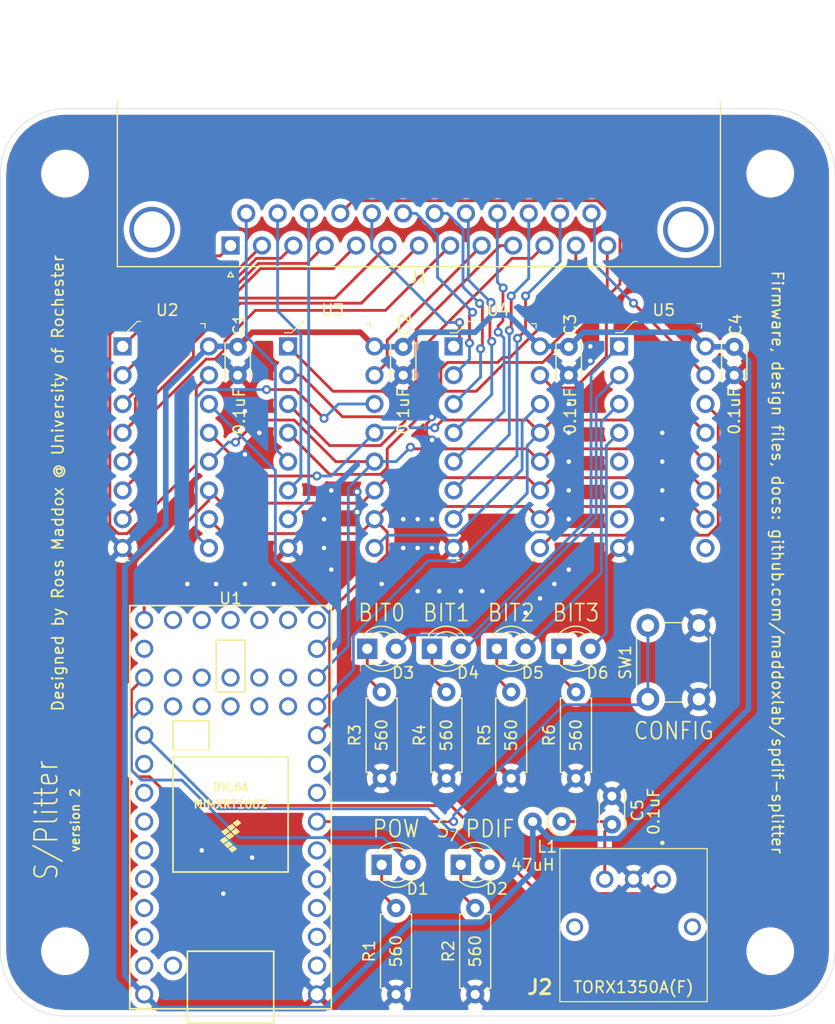
<source format=kicad_pcb>
(kicad_pcb (version 20171130) (host pcbnew 5.1.9-73d0e3b20d~88~ubuntu18.04.1)
  (layers (0 F.Cu signal) (31 B.Cu signal) (34 B.Paste user) (35 F.Paste user) (36 B.SilkS user) (37 F.SilkS user) (38 B.Mask user) (39 F.Mask user) (44 Edge.Cuts user))
  (net 0 "")
  (net 1 +5V)
  (net 2 GND)
  (net 3 LED_POW)
  (net 4 "Net-(D1-Pad1)")
  (net 5 "Net-(D2-Pad1)")
  (net 6 "Net-(D3-Pad1)")
  (net 7 "Net-(D4-Pad1)")
  (net 8 "Net-(D5-Pad1)")
  (net 9 "Net-(D6-Pad1)")
  (net 10 SPDIF_IN)
  (net 11 "Net-(J1-Pad16)")
  (net 12 "Net-(J1-Pad13)")
  (net 13 "Net-(J1-Pad12)")
  (net 14 "Net-(J1-Pad11)")
  (net 15 "Net-(J1-Pad10)")
  (net 16 "Net-(J1-Pad9)")
  (net 17 "Net-(J1-Pad8)")
  (net 18 "Net-(J1-Pad7)")
  (net 19 "Net-(J1-Pad6)")
  (net 20 "Net-(J1-Pad5)")
  (net 21 "Net-(J1-Pad4)")
  (net 22 "Net-(J1-Pad3)")
  (net 23 "Net-(U1-Pad44)")
  (net 24 "Net-(U1-Pad43)")
  (net 25 "Net-(U1-Pad42)")
  (net 26 "Net-(U1-Pad41)")
  (net 27 "Net-(U1-Pad40)")
  (net 28 "Net-(U1-Pad39)")
  (net 29 "Net-(U1-Pad38)")
  (net 30 "Net-(U1-Pad37)")
  (net 31 "Net-(U1-Pad36)")
  (net 32 "Net-(U1-Pad35)")
  (net 33 "Net-(U1-Pad2)")
  (net 34 "Net-(U1-Pad3)")
  (net 35 "Net-(U1-Pad4)")
  (net 36 "Net-(U1-Pad5)")
  (net 37 "Net-(U1-Pad6)")
  (net 38 "Net-(U1-Pad8)")
  (net 39 "Net-(U1-Pad9)")
  (net 40 REG_CLEAR)
  (net 41 SHIFT_ENABLE)
  (net 42 LATCH)
  (net 43 SPI_MOSI)
  (net 44 "Net-(U1-Pad32)")
  (net 45 "Net-(U1-Pad31)")
  (net 46 "Net-(U1-Pad30)")
  (net 47 "Net-(U1-Pad29)")
  (net 48 "Net-(U1-Pad28)")
  (net 49 "Net-(U1-Pad27)")
  (net 50 "Net-(U1-Pad26)")
  (net 51 "Net-(U1-Pad25)")
  (net 52 LED_SPDIF)
  (net 53 "Net-(U1-Pad21)")
  (net 54 "Net-(U1-Pad14)")
  (net 55 "Net-(U1-Pad15)")
  (net 56 "Net-(U1-Pad16)")
  (net 57 SPI_CLK)
  (net 58 "Net-(U1-Pad19)")
  (net 59 "Net-(U1-Pad18)")
  (net 60 "Net-(U1-Pad17)")
  (net 61 "Net-(U2-Pad9)")
  (net 62 "Net-(U3-Pad9)")
  (net 63 "Net-(U4-Pad9)")
  (net 64 "Net-(J1-Pad15)")
  (net 65 "Net-(J1-Pad14)")
  (net 66 "Net-(J1-Pad2)")
  (net 67 "Net-(J1-Pad1)")
  (net 68 "Net-(J2-Pad4)")
  (net 69 "Net-(J1-Pad25)")
  (net 70 "Net-(J1-Pad24)")
  (net 71 "Net-(J1-Pad23)")
  (net 72 "Net-(J1-Pad22)")
  (net 73 "Net-(J1-Pad21)")
  (net 74 "Net-(J1-Pad20)")
  (net 75 "Net-(J1-Pad19)")
  (net 76 "Net-(J1-Pad18)")
  (net 77 "Net-(J1-Pad17)")
  (net 78 "Net-(U1-Pad34)")
  (net 79 LED_BIT0)
  (net 80 LED_BIT1)
  (net 81 LED_BIT2)
  (net 82 LED_BIT3)
  (net 83 "Net-(J2-Pad5)")
  (net 84 CONFIG)
  (net 85 "Net-(U5-Pad9)")
  (net 86 "Net-(U5-Pad7)")
  (net 87 "Net-(U5-Pad6)")
  (net 88 "Net-(U5-Pad5)")
  (net 89 "Net-(C5-Pad2)")
  (module SamacSys_Parts:TORX1350AF (layer F.Cu) (at 102.87 139.065 180)
    (fp_text reference J2 (at 10.795 -9.525) (layer F.SilkS) (effects (font (size 1.27 1.27) (thickness 0.254))))
    (fp_text value "TORX1350A(F)" hide)
    (pad 5 thru_hole circle (at -2.66 -4.2 180) (size 1.5 1.5) (drill 1) (layers *.Cu *.Mask) (net 83 "Net-(J2-Pad5)"))
    (pad 4 thru_hole circle (at 7.74 -4.2 180) (size 1.5 1.5) (drill 1) (layers *.Cu *.Mask) (net 68 "Net-(J2-Pad4)"))
    (pad 3 thru_hole circle (at 5.08 0 180) (size 1.524 1.524) (drill 0.98) (layers *.Cu *.Mask) (net 89 "Net-(C5-Pad2)"))
    (pad 2 thru_hole circle (at 2.54 0 180) (size 1.524 1.524) (drill 0.98) (layers *.Cu *.Mask) (net 2 GND))
    (pad 1 thru_hole circle (at 0 0 180) (size 1.524 1.524) (drill 0.98) (layers *.Cu *.Mask) (net 10 SPDIF_IN))
  )
  (module MountingHole:MountingHole_3.2mm_M3 (layer F.Cu) (at 112.395 145.415)
    (fp_text reference H4 (at 0 0.245) (layer F.SilkS))
    (fp_text value MountingHole)
    (pad 1 np_thru_hole circle (at 0 0) (size 3.2 3.2) (drill 3.2) (layers *.Cu *.Mask))
  )
  (module MountingHole:MountingHole_3.2mm_M3 (layer F.Cu) (at 50.165 145.415)
    (fp_text reference H3 (at 0 0.245) (layer F.SilkS))
    (fp_text value MountingHole)
    (pad 1 np_thru_hole circle (at 0 0) (size 3.2 3.2) (drill 3.2) (layers *.Cu *.Mask))
  )
  (module MountingHole:MountingHole_3.2mm_M3 (layer F.Cu) (at 112.395 76.835)
    (fp_text reference H2 (at 0 0.245) (layer F.SilkS))
    (fp_text value MountingHole)
    (pad 1 np_thru_hole circle (at 0 0) (size 3.2 3.2) (drill 3.2) (layers *.Cu *.Mask))
  )
  (module MountingHole:MountingHole_3.2mm_M3 (layer F.Cu) (at 50.165 76.835)
    (fp_text reference H1 (at 0 0.245) (layer F.SilkS))
    (fp_text value MountingHole)
    (pad 1 np_thru_hole circle (at 0 0) (size 3.2 3.2) (drill 3.2) (layers *.Cu *.Mask))
  )
  (module Capacitor_THT:C_Disc_D3.0mm_W2.0mm_P2.50mm (layer F.Cu) (at 109.22 94.615 90)
    (fp_text reference C4 (at 4.445 0.127 90) (layer F.SilkS))
    (fp_text value 0.1u)
    (pad 1 thru_hole circle (at 0 0 90) (size 1.6 1.6) (drill 0.8) (layers *.Cu *.Mask) (net 2 GND))
    (pad 2 thru_hole circle (at 2.5 0 90) (size 1.6 1.6) (drill 0.8) (layers *.Cu *.Mask) (net 1 +5V))
  )
  (module digikey-footprints:DIP-16_W7.62mm (layer F.Cu) (at 69.85 92.075)
    (fp_text reference U3 (at 3.94 -3.2) (layer F.SilkS))
    (fp_text value 74AHCT595)
    (pad 9 thru_hole circle (at 7.62 17.78) (size 1.6 1.6) (drill 1) (layers *.Cu *.Mask) (net 62 "Net-(U3-Pad9)"))
    (pad 8 thru_hole circle (at 0 17.78) (size 1.6 1.6) (drill 1) (layers *.Cu *.Mask) (net 2 GND))
    (pad 16 thru_hole circle (at 7.62 0) (size 1.6 1.6) (drill 1) (layers *.Cu *.Mask) (net 1 +5V))
    (pad 15 thru_hole circle (at 7.62 2.54) (size 1.6 1.6) (drill 1) (layers *.Cu *.Mask) (net 16 "Net-(J1-Pad9)"))
    (pad 14 thru_hole circle (at 7.62 5.08) (size 1.6 1.6) (drill 1) (layers *.Cu *.Mask) (net 61 "Net-(U2-Pad9)"))
    (pad 13 thru_hole circle (at 7.62 7.62) (size 1.6 1.6) (drill 1) (layers *.Cu *.Mask) (net 41 SHIFT_ENABLE))
    (pad 12 thru_hole circle (at 7.62 10.16) (size 1.6 1.6) (drill 1) (layers *.Cu *.Mask) (net 42 LATCH))
    (pad 11 thru_hole circle (at 7.62 12.7) (size 1.6 1.6) (drill 1) (layers *.Cu *.Mask) (net 57 SPI_CLK))
    (pad 10 thru_hole circle (at 7.62 15.24) (size 1.6 1.6) (drill 1) (layers *.Cu *.Mask) (net 40 REG_CLEAR))
    (pad 7 thru_hole circle (at 0 15.24) (size 1.6 1.6) (drill 1) (layers *.Cu *.Mask) (net 11 "Net-(J1-Pad16)"))
    (pad 6 thru_hole circle (at 0 12.7) (size 1.6 1.6) (drill 1) (layers *.Cu *.Mask) (net 64 "Net-(J1-Pad15)"))
    (pad 5 thru_hole circle (at 0 10.16) (size 1.6 1.6) (drill 1) (layers *.Cu *.Mask) (net 65 "Net-(J1-Pad14)"))
    (pad 4 thru_hole circle (at 0 7.62) (size 1.6 1.6) (drill 1) (layers *.Cu *.Mask) (net 12 "Net-(J1-Pad13)"))
    (pad 3 thru_hole circle (at 0 5.08) (size 1.6 1.6) (drill 1) (layers *.Cu *.Mask) (net 13 "Net-(J1-Pad12)"))
    (pad 2 thru_hole circle (at 0 2.54) (size 1.6 1.6) (drill 1) (layers *.Cu *.Mask) (net 14 "Net-(J1-Pad11)"))
    (pad 1 thru_hole rect (at 0 0) (size 1.6 1.6) (drill 1) (layers *.Cu *.Mask) (net 15 "Net-(J1-Pad10)"))
  )
  (module Connector_Dsub:DSUB-25_Female_Horizontal_P2.77x2.84mm_EdgePinOffset9.90mm_Housed_MountingHolesOffset11.32mm (layer F.Cu) (at 64.77 83.185 180)
    (fp_text reference J1 (at -16.62 -2.8) (layer F.SilkS))
    (fp_text value DB25_Female)
    (pad 0 thru_hole circle (at 6.93 1.42 180) (size 4 4) (drill 3.2) (layers *.Cu *.Mask))
    (pad 0 thru_hole circle (at -40.17 1.42 180) (size 4 4) (drill 3.2) (layers *.Cu *.Mask))
    (pad 25 thru_hole circle (at -31.855 2.84 180) (size 1.6 1.6) (drill 1) (layers *.Cu *.Mask) (net 69 "Net-(J1-Pad25)"))
    (pad 24 thru_hole circle (at -29.085 2.84 180) (size 1.6 1.6) (drill 1) (layers *.Cu *.Mask) (net 70 "Net-(J1-Pad24)"))
    (pad 23 thru_hole circle (at -26.315 2.84 180) (size 1.6 1.6) (drill 1) (layers *.Cu *.Mask) (net 71 "Net-(J1-Pad23)"))
    (pad 22 thru_hole circle (at -23.545 2.84 180) (size 1.6 1.6) (drill 1) (layers *.Cu *.Mask) (net 72 "Net-(J1-Pad22)"))
    (pad 21 thru_hole circle (at -20.775 2.84 180) (size 1.6 1.6) (drill 1) (layers *.Cu *.Mask) (net 73 "Net-(J1-Pad21)"))
    (pad 20 thru_hole circle (at -18.005 2.84 180) (size 1.6 1.6) (drill 1) (layers *.Cu *.Mask) (net 74 "Net-(J1-Pad20)"))
    (pad 19 thru_hole circle (at -15.235 2.84 180) (size 1.6 1.6) (drill 1) (layers *.Cu *.Mask) (net 75 "Net-(J1-Pad19)"))
    (pad 18 thru_hole circle (at -12.465 2.84 180) (size 1.6 1.6) (drill 1) (layers *.Cu *.Mask) (net 76 "Net-(J1-Pad18)"))
    (pad 17 thru_hole circle (at -9.695 2.84 180) (size 1.6 1.6) (drill 1) (layers *.Cu *.Mask) (net 77 "Net-(J1-Pad17)"))
    (pad 16 thru_hole circle (at -6.925 2.84 180) (size 1.6 1.6) (drill 1) (layers *.Cu *.Mask) (net 11 "Net-(J1-Pad16)"))
    (pad 15 thru_hole circle (at -4.155 2.84 180) (size 1.6 1.6) (drill 1) (layers *.Cu *.Mask) (net 64 "Net-(J1-Pad15)"))
    (pad 14 thru_hole circle (at -1.385 2.84 180) (size 1.6 1.6) (drill 1) (layers *.Cu *.Mask) (net 65 "Net-(J1-Pad14)"))
    (pad 13 thru_hole circle (at -33.24 0 180) (size 1.6 1.6) (drill 1) (layers *.Cu *.Mask) (net 12 "Net-(J1-Pad13)"))
    (pad 12 thru_hole circle (at -30.47 0 180) (size 1.6 1.6) (drill 1) (layers *.Cu *.Mask) (net 13 "Net-(J1-Pad12)"))
    (pad 11 thru_hole circle (at -27.7 0 180) (size 1.6 1.6) (drill 1) (layers *.Cu *.Mask) (net 14 "Net-(J1-Pad11)"))
    (pad 10 thru_hole circle (at -24.93 0 180) (size 1.6 1.6) (drill 1) (layers *.Cu *.Mask) (net 15 "Net-(J1-Pad10)"))
    (pad 9 thru_hole circle (at -22.16 0 180) (size 1.6 1.6) (drill 1) (layers *.Cu *.Mask) (net 16 "Net-(J1-Pad9)"))
    (pad 8 thru_hole circle (at -19.39 0 180) (size 1.6 1.6) (drill 1) (layers *.Cu *.Mask) (net 17 "Net-(J1-Pad8)"))
    (pad 7 thru_hole circle (at -16.62 0 180) (size 1.6 1.6) (drill 1) (layers *.Cu *.Mask) (net 18 "Net-(J1-Pad7)"))
    (pad 6 thru_hole circle (at -13.85 0 180) (size 1.6 1.6) (drill 1) (layers *.Cu *.Mask) (net 19 "Net-(J1-Pad6)"))
    (pad 5 thru_hole circle (at -11.08 0 180) (size 1.6 1.6) (drill 1) (layers *.Cu *.Mask) (net 20 "Net-(J1-Pad5)"))
    (pad 4 thru_hole circle (at -8.31 0 180) (size 1.6 1.6) (drill 1) (layers *.Cu *.Mask) (net 21 "Net-(J1-Pad4)"))
    (pad 3 thru_hole circle (at -5.54 0 180) (size 1.6 1.6) (drill 1) (layers *.Cu *.Mask) (net 22 "Net-(J1-Pad3)"))
    (pad 2 thru_hole circle (at -2.77 0 180) (size 1.6 1.6) (drill 1) (layers *.Cu *.Mask) (net 66 "Net-(J1-Pad2)"))
    (pad 1 thru_hole rect (at 0 0 180) (size 1.6 1.6) (drill 1) (layers *.Cu *.Mask) (net 67 "Net-(J1-Pad1)"))
  )
  (module Button_Switch_THT:SW_PUSH_6mm (layer F.Cu) (at 101.6 123.19 90)
    (fp_text reference SW1 (at 3.25 -2 90) (layer F.SilkS))
    (fp_text value SW_Push)
    (pad 1 thru_hole circle (at 6.5 0 180) (size 2 2) (drill 1.1) (layers *.Cu *.Mask) (net 84 CONFIG))
    (pad 2 thru_hole circle (at 6.5 4.5 180) (size 2 2) (drill 1.1) (layers *.Cu *.Mask) (net 2 GND))
    (pad 1 thru_hole circle (at 0 0 180) (size 2 2) (drill 1.1) (layers *.Cu *.Mask) (net 84 CONFIG))
    (pad 2 thru_hole circle (at 0 4.5 180) (size 2 2) (drill 1.1) (layers *.Cu *.Mask) (net 2 GND))
  )
  (module digikey-footprints:DIP-16_W7.62mm (layer F.Cu) (at 99.06 92.075)
    (fp_text reference U5 (at 3.94 -3.2) (layer F.SilkS))
    (fp_text value 74AHCT595)
    (pad 1 thru_hole rect (at 0 0) (size 1.6 1.6) (drill 1) (layers *.Cu *.Mask) (net 79 LED_BIT0))
    (pad 2 thru_hole circle (at 0 2.54) (size 1.6 1.6) (drill 1) (layers *.Cu *.Mask) (net 80 LED_BIT1))
    (pad 3 thru_hole circle (at 0 5.08) (size 1.6 1.6) (drill 1) (layers *.Cu *.Mask) (net 81 LED_BIT2))
    (pad 4 thru_hole circle (at 0 7.62) (size 1.6 1.6) (drill 1) (layers *.Cu *.Mask) (net 82 LED_BIT3))
    (pad 5 thru_hole circle (at 0 10.16) (size 1.6 1.6) (drill 1) (layers *.Cu *.Mask) (net 88 "Net-(U5-Pad5)"))
    (pad 6 thru_hole circle (at 0 12.7) (size 1.6 1.6) (drill 1) (layers *.Cu *.Mask) (net 87 "Net-(U5-Pad6)"))
    (pad 7 thru_hole circle (at 0 15.24) (size 1.6 1.6) (drill 1) (layers *.Cu *.Mask) (net 86 "Net-(U5-Pad7)"))
    (pad 10 thru_hole circle (at 7.62 15.24) (size 1.6 1.6) (drill 1) (layers *.Cu *.Mask) (net 40 REG_CLEAR))
    (pad 11 thru_hole circle (at 7.62 12.7) (size 1.6 1.6) (drill 1) (layers *.Cu *.Mask) (net 57 SPI_CLK))
    (pad 12 thru_hole circle (at 7.62 10.16) (size 1.6 1.6) (drill 1) (layers *.Cu *.Mask) (net 42 LATCH))
    (pad 13 thru_hole circle (at 7.62 7.62) (size 1.6 1.6) (drill 1) (layers *.Cu *.Mask) (net 41 SHIFT_ENABLE))
    (pad 14 thru_hole circle (at 7.62 5.08) (size 1.6 1.6) (drill 1) (layers *.Cu *.Mask) (net 63 "Net-(U4-Pad9)"))
    (pad 15 thru_hole circle (at 7.62 2.54) (size 1.6 1.6) (drill 1) (layers *.Cu *.Mask) (net 69 "Net-(J1-Pad25)"))
    (pad 16 thru_hole circle (at 7.62 0) (size 1.6 1.6) (drill 1) (layers *.Cu *.Mask) (net 1 +5V))
    (pad 8 thru_hole circle (at 0 17.78) (size 1.6 1.6) (drill 1) (layers *.Cu *.Mask) (net 2 GND))
    (pad 9 thru_hole circle (at 7.62 17.78) (size 1.6 1.6) (drill 1) (layers *.Cu *.Mask) (net 85 "Net-(U5-Pad9)"))
  )
  (module digikey-footprints:DIP-16_W7.62mm (layer F.Cu) (at 84.455 92.075)
    (fp_text reference U4 (at 3.94 -3.2) (layer F.SilkS))
    (fp_text value 74AHCT595)
    (pad 9 thru_hole circle (at 7.62 17.78) (size 1.6 1.6) (drill 1) (layers *.Cu *.Mask) (net 63 "Net-(U4-Pad9)"))
    (pad 8 thru_hole circle (at 0 17.78) (size 1.6 1.6) (drill 1) (layers *.Cu *.Mask) (net 2 GND))
    (pad 16 thru_hole circle (at 7.62 0) (size 1.6 1.6) (drill 1) (layers *.Cu *.Mask) (net 1 +5V))
    (pad 15 thru_hole circle (at 7.62 2.54) (size 1.6 1.6) (drill 1) (layers *.Cu *.Mask) (net 77 "Net-(J1-Pad17)"))
    (pad 14 thru_hole circle (at 7.62 5.08) (size 1.6 1.6) (drill 1) (layers *.Cu *.Mask) (net 62 "Net-(U3-Pad9)"))
    (pad 13 thru_hole circle (at 7.62 7.62) (size 1.6 1.6) (drill 1) (layers *.Cu *.Mask) (net 41 SHIFT_ENABLE))
    (pad 12 thru_hole circle (at 7.62 10.16) (size 1.6 1.6) (drill 1) (layers *.Cu *.Mask) (net 42 LATCH))
    (pad 11 thru_hole circle (at 7.62 12.7) (size 1.6 1.6) (drill 1) (layers *.Cu *.Mask) (net 57 SPI_CLK))
    (pad 10 thru_hole circle (at 7.62 15.24) (size 1.6 1.6) (drill 1) (layers *.Cu *.Mask) (net 40 REG_CLEAR))
    (pad 7 thru_hole circle (at 0 15.24) (size 1.6 1.6) (drill 1) (layers *.Cu *.Mask) (net 70 "Net-(J1-Pad24)"))
    (pad 6 thru_hole circle (at 0 12.7) (size 1.6 1.6) (drill 1) (layers *.Cu *.Mask) (net 71 "Net-(J1-Pad23)"))
    (pad 5 thru_hole circle (at 0 10.16) (size 1.6 1.6) (drill 1) (layers *.Cu *.Mask) (net 72 "Net-(J1-Pad22)"))
    (pad 4 thru_hole circle (at 0 7.62) (size 1.6 1.6) (drill 1) (layers *.Cu *.Mask) (net 73 "Net-(J1-Pad21)"))
    (pad 3 thru_hole circle (at 0 5.08) (size 1.6 1.6) (drill 1) (layers *.Cu *.Mask) (net 74 "Net-(J1-Pad20)"))
    (pad 2 thru_hole circle (at 0 2.54) (size 1.6 1.6) (drill 1) (layers *.Cu *.Mask) (net 75 "Net-(J1-Pad19)"))
    (pad 1 thru_hole rect (at 0 0) (size 1.6 1.6) (drill 1) (layers *.Cu *.Mask) (net 76 "Net-(J1-Pad18)"))
  )
  (module digikey-footprints:DIP-16_W7.62mm (layer F.Cu) (at 55.245 92.075)
    (fp_text reference U2 (at 3.94 -3.2) (layer F.SilkS))
    (fp_text value 74AHCT595)
    (pad 9 thru_hole circle (at 7.62 17.78) (size 1.6 1.6) (drill 1) (layers *.Cu *.Mask) (net 61 "Net-(U2-Pad9)"))
    (pad 8 thru_hole circle (at 0 17.78) (size 1.6 1.6) (drill 1) (layers *.Cu *.Mask) (net 2 GND))
    (pad 16 thru_hole circle (at 7.62 0) (size 1.6 1.6) (drill 1) (layers *.Cu *.Mask) (net 1 +5V))
    (pad 15 thru_hole circle (at 7.62 2.54) (size 1.6 1.6) (drill 1) (layers *.Cu *.Mask) (net 67 "Net-(J1-Pad1)"))
    (pad 14 thru_hole circle (at 7.62 5.08) (size 1.6 1.6) (drill 1) (layers *.Cu *.Mask) (net 43 SPI_MOSI))
    (pad 13 thru_hole circle (at 7.62 7.62) (size 1.6 1.6) (drill 1) (layers *.Cu *.Mask) (net 41 SHIFT_ENABLE))
    (pad 12 thru_hole circle (at 7.62 10.16) (size 1.6 1.6) (drill 1) (layers *.Cu *.Mask) (net 42 LATCH))
    (pad 11 thru_hole circle (at 7.62 12.7) (size 1.6 1.6) (drill 1) (layers *.Cu *.Mask) (net 57 SPI_CLK))
    (pad 10 thru_hole circle (at 7.62 15.24) (size 1.6 1.6) (drill 1) (layers *.Cu *.Mask) (net 40 REG_CLEAR))
    (pad 7 thru_hole circle (at 0 15.24) (size 1.6 1.6) (drill 1) (layers *.Cu *.Mask) (net 17 "Net-(J1-Pad8)"))
    (pad 6 thru_hole circle (at 0 12.7) (size 1.6 1.6) (drill 1) (layers *.Cu *.Mask) (net 18 "Net-(J1-Pad7)"))
    (pad 5 thru_hole circle (at 0 10.16) (size 1.6 1.6) (drill 1) (layers *.Cu *.Mask) (net 19 "Net-(J1-Pad6)"))
    (pad 4 thru_hole circle (at 0 7.62) (size 1.6 1.6) (drill 1) (layers *.Cu *.Mask) (net 20 "Net-(J1-Pad5)"))
    (pad 3 thru_hole circle (at 0 5.08) (size 1.6 1.6) (drill 1) (layers *.Cu *.Mask) (net 21 "Net-(J1-Pad4)"))
    (pad 2 thru_hole circle (at 0 2.54) (size 1.6 1.6) (drill 1) (layers *.Cu *.Mask) (net 22 "Net-(J1-Pad3)"))
    (pad 1 thru_hole rect (at 0 0) (size 1.6 1.6) (drill 1) (layers *.Cu *.Mask) (net 66 "Net-(J1-Pad2)"))
  )
  (module teensy:Teensy40 (layer F.Cu) (at 64.77 132.715 90)
    (fp_text reference U1 (at 18.415 0 180) (layer F.SilkS))
    (fp_text value Teensy4.0)
    (fp_text user DVL6A (at 1.778 0) (layer F.SilkS) (effects (font (size 0.7 0.7))))
    (fp_text user MIMXRT1062 (at 0.254 0) (layer F.SilkS) (effects (font (size 0.7 0.7))))
    (pad 44 thru_hole circle (at 8.89 5.08 90) (size 1.6 1.6) (drill 1.1) (layers *.Cu *.Mask) (net 23 "Net-(U1-Pad44)"))
    (pad 43 thru_hole circle (at 11.43 5.08 90) (size 1.6 1.6) (drill 1.1) (layers *.Cu *.Mask) (net 24 "Net-(U1-Pad43)"))
    (pad 42 thru_hole circle (at 8.89 2.54 90) (size 1.6 1.6) (drill 1.1) (layers *.Cu *.Mask) (net 25 "Net-(U1-Pad42)"))
    (pad 41 thru_hole circle (at 11.43 2.54 90) (size 1.6 1.6) (drill 1.1) (layers *.Cu *.Mask) (net 26 "Net-(U1-Pad41)"))
    (pad 40 thru_hole circle (at 8.89 0 90) (size 1.6 1.6) (drill 1.1) (layers *.Cu *.Mask) (net 27 "Net-(U1-Pad40)"))
    (pad 39 thru_hole circle (at 11.43 0 90) (size 1.6 1.6) (drill 1.1) (layers *.Cu *.Mask) (net 28 "Net-(U1-Pad39)"))
    (pad 38 thru_hole circle (at 8.89 -2.54 90) (size 1.6 1.6) (drill 1.1) (layers *.Cu *.Mask) (net 29 "Net-(U1-Pad38)"))
    (pad 37 thru_hole circle (at 11.43 -2.54 90) (size 1.6 1.6) (drill 1.1) (layers *.Cu *.Mask) (net 30 "Net-(U1-Pad37)"))
    (pad 36 thru_hole circle (at 8.89 -5.08 90) (size 1.6 1.6) (drill 1.1) (layers *.Cu *.Mask) (net 31 "Net-(U1-Pad36)"))
    (pad 35 thru_hole circle (at 11.43 -5.08 90) (size 1.6 1.6) (drill 1.1) (layers *.Cu *.Mask) (net 32 "Net-(U1-Pad35)"))
    (pad 1 thru_hole circle (at -16.51 7.62 90) (size 1.6 1.6) (drill 1.1) (layers *.Cu *.Mask) (net 2 GND))
    (pad 2 thru_hole circle (at -13.97 7.62 90) (size 1.6 1.6) (drill 1.1) (layers *.Cu *.Mask) (net 33 "Net-(U1-Pad2)"))
    (pad 3 thru_hole circle (at -11.43 7.62 90) (size 1.6 1.6) (drill 1.1) (layers *.Cu *.Mask) (net 34 "Net-(U1-Pad3)"))
    (pad 4 thru_hole circle (at -8.89 7.62 90) (size 1.6 1.6) (drill 1.1) (layers *.Cu *.Mask) (net 35 "Net-(U1-Pad4)"))
    (pad 5 thru_hole circle (at -6.35 7.62 90) (size 1.6 1.6) (drill 1.1) (layers *.Cu *.Mask) (net 36 "Net-(U1-Pad5)"))
    (pad 6 thru_hole circle (at -3.81 7.62 90) (size 1.6 1.6) (drill 1.1) (layers *.Cu *.Mask) (net 37 "Net-(U1-Pad6)"))
    (pad 7 thru_hole circle (at -1.27 7.62 90) (size 1.6 1.6) (drill 1.1) (layers *.Cu *.Mask) (net 84 CONFIG))
    (pad 8 thru_hole circle (at 1.27 7.62 90) (size 1.6 1.6) (drill 1.1) (layers *.Cu *.Mask) (net 38 "Net-(U1-Pad8)"))
    (pad 9 thru_hole circle (at 3.81 7.62 90) (size 1.6 1.6) (drill 1.1) (layers *.Cu *.Mask) (net 39 "Net-(U1-Pad9)"))
    (pad 10 thru_hole circle (at 6.35 7.62 90) (size 1.6 1.6) (drill 1.1) (layers *.Cu *.Mask) (net 40 REG_CLEAR))
    (pad 11 thru_hole circle (at 8.89 7.62 90) (size 1.6 1.6) (drill 1.1) (layers *.Cu *.Mask) (net 41 SHIFT_ENABLE))
    (pad 12 thru_hole circle (at 11.43 7.62 90) (size 1.6 1.6) (drill 1.1) (layers *.Cu *.Mask) (net 42 LATCH))
    (pad 13 thru_hole circle (at 13.97 7.62 90) (size 1.6 1.6) (drill 1.1) (layers *.Cu *.Mask) (net 43 SPI_MOSI))
    (pad 34 thru_hole circle (at -13.97 -5.08 90) (size 1.6 1.6) (drill 1.1) (layers *.Cu *.Mask) (net 78 "Net-(U1-Pad34)"))
    (pad 33 thru_hole circle (at -16.51 -7.62 90) (size 1.6 1.6) (drill 1.1) (layers *.Cu *.Mask) (net 1 +5V))
    (pad 32 thru_hole circle (at -13.97 -7.62 90) (size 1.6 1.6) (drill 1.1) (layers *.Cu *.Mask) (net 44 "Net-(U1-Pad32)"))
    (pad 31 thru_hole circle (at -11.43 -7.62 90) (size 1.6 1.6) (drill 1.1) (layers *.Cu *.Mask) (net 45 "Net-(U1-Pad31)"))
    (pad 30 thru_hole circle (at -8.89 -7.62 90) (size 1.6 1.6) (drill 1.1) (layers *.Cu *.Mask) (net 46 "Net-(U1-Pad30)"))
    (pad 29 thru_hole circle (at -6.35 -7.62 90) (size 1.6 1.6) (drill 1.1) (layers *.Cu *.Mask) (net 47 "Net-(U1-Pad29)"))
    (pad 28 thru_hole circle (at -3.81 -7.62 90) (size 1.6 1.6) (drill 1.1) (layers *.Cu *.Mask) (net 48 "Net-(U1-Pad28)"))
    (pad 27 thru_hole circle (at -1.27 -7.62 90) (size 1.6 1.6) (drill 1.1) (layers *.Cu *.Mask) (net 49 "Net-(U1-Pad27)"))
    (pad 26 thru_hole circle (at 1.27 -7.62 90) (size 1.6 1.6) (drill 1.1) (layers *.Cu *.Mask) (net 50 "Net-(U1-Pad26)"))
    (pad 25 thru_hole circle (at 3.81 -7.62 90) (size 1.6 1.6) (drill 1.1) (layers *.Cu *.Mask) (net 51 "Net-(U1-Pad25)"))
    (pad 24 thru_hole circle (at 6.35 -7.62 90) (size 1.6 1.6) (drill 1.1) (layers *.Cu *.Mask) (net 52 LED_SPDIF))
    (pad 23 thru_hole circle (at 8.89 -7.62 90) (size 1.6 1.6) (drill 1.1) (layers *.Cu *.Mask) (net 3 LED_POW))
    (pad 22 thru_hole circle (at 11.43 -7.62 90) (size 1.6 1.6) (drill 1.1) (layers *.Cu *.Mask) (net 10 SPDIF_IN))
    (pad 21 thru_hole circle (at 13.97 -7.62 90) (size 1.6 1.6) (drill 1.1) (layers *.Cu *.Mask) (net 53 "Net-(U1-Pad21)"))
    (pad 14 thru_hole circle (at 16.51 7.62 90) (size 1.6 1.6) (drill 1.1) (layers *.Cu *.Mask) (net 54 "Net-(U1-Pad14)"))
    (pad 15 thru_hole circle (at 16.51 5.08 90) (size 1.6 1.6) (drill 1.1) (layers *.Cu *.Mask) (net 55 "Net-(U1-Pad15)"))
    (pad 16 thru_hole circle (at 16.51 2.54 90) (size 1.6 1.6) (drill 1.1) (layers *.Cu *.Mask) (net 56 "Net-(U1-Pad16)"))
    (pad 20 thru_hole circle (at 16.51 -7.62 90) (size 1.6 1.6) (drill 1.1) (layers *.Cu *.Mask) (net 57 SPI_CLK))
    (pad 19 thru_hole circle (at 16.51 -5.08 90) (size 1.6 1.6) (drill 1.1) (layers *.Cu *.Mask) (net 58 "Net-(U1-Pad19)"))
    (pad 18 thru_hole circle (at 16.51 -2.54 90) (size 1.6 1.6) (drill 1.1) (layers *.Cu *.Mask) (net 59 "Net-(U1-Pad18)"))
    (pad 17 thru_hole circle (at 16.51 0 90) (size 1.6 1.6) (drill 1.1) (layers *.Cu *.Mask) (net 60 "Net-(U1-Pad17)"))
  )
  (module Resistor_THT:R_Axial_DIN0207_L6.3mm_D2.5mm_P7.62mm_Horizontal (layer F.Cu) (at 86.36 149.225 90)
    (fp_text reference R2 (at 3.81 -2.37 90) (layer F.SilkS))
    (fp_text value 560)
    (pad 2 thru_hole oval (at 7.62 0 90) (size 1.6 1.6) (drill 0.8) (layers *.Cu *.Mask) (net 5 "Net-(D2-Pad1)"))
    (pad 1 thru_hole circle (at 0 0 90) (size 1.6 1.6) (drill 0.8) (layers *.Cu *.Mask) (net 2 GND))
  )
  (module Resistor_THT:R_Axial_DIN0207_L6.3mm_D2.5mm_P7.62mm_Horizontal (layer F.Cu) (at 95.25 130.175 90)
    (fp_text reference R6 (at 3.81 -2.37 90) (layer F.SilkS))
    (fp_text value 560)
    (pad 2 thru_hole oval (at 7.62 0 90) (size 1.6 1.6) (drill 0.8) (layers *.Cu *.Mask) (net 9 "Net-(D6-Pad1)"))
    (pad 1 thru_hole circle (at 0 0 90) (size 1.6 1.6) (drill 0.8) (layers *.Cu *.Mask) (net 2 GND))
  )
  (module Resistor_THT:R_Axial_DIN0207_L6.3mm_D2.5mm_P7.62mm_Horizontal (layer F.Cu) (at 89.535 130.175 90)
    (fp_text reference R5 (at 3.81 -2.37 90) (layer F.SilkS))
    (fp_text value 560)
    (pad 2 thru_hole oval (at 7.62 0 90) (size 1.6 1.6) (drill 0.8) (layers *.Cu *.Mask) (net 8 "Net-(D5-Pad1)"))
    (pad 1 thru_hole circle (at 0 0 90) (size 1.6 1.6) (drill 0.8) (layers *.Cu *.Mask) (net 2 GND))
  )
  (module Resistor_THT:R_Axial_DIN0207_L6.3mm_D2.5mm_P7.62mm_Horizontal (layer F.Cu) (at 83.82 130.175 90)
    (fp_text reference R4 (at 3.81 -2.37 90) (layer F.SilkS))
    (fp_text value 560)
    (pad 2 thru_hole oval (at 7.62 0 90) (size 1.6 1.6) (drill 0.8) (layers *.Cu *.Mask) (net 7 "Net-(D4-Pad1)"))
    (pad 1 thru_hole circle (at 0 0 90) (size 1.6 1.6) (drill 0.8) (layers *.Cu *.Mask) (net 2 GND))
  )
  (module Resistor_THT:R_Axial_DIN0207_L6.3mm_D2.5mm_P7.62mm_Horizontal (layer F.Cu) (at 78.105 130.175 90)
    (fp_text reference R3 (at 3.81 -2.37 90) (layer F.SilkS))
    (fp_text value 560)
    (pad 2 thru_hole oval (at 7.62 0 90) (size 1.6 1.6) (drill 0.8) (layers *.Cu *.Mask) (net 6 "Net-(D3-Pad1)"))
    (pad 1 thru_hole circle (at 0 0 90) (size 1.6 1.6) (drill 0.8) (layers *.Cu *.Mask) (net 2 GND))
  )
  (module Resistor_THT:R_Axial_DIN0207_L6.3mm_D2.5mm_P7.62mm_Horizontal (layer F.Cu) (at 79.375 149.225 90)
    (fp_text reference R1 (at 3.81 -2.37 90) (layer F.SilkS))
    (fp_text value 560)
    (pad 2 thru_hole oval (at 7.62 0 90) (size 1.6 1.6) (drill 0.8) (layers *.Cu *.Mask) (net 4 "Net-(D1-Pad1)"))
    (pad 1 thru_hole circle (at 0 0 90) (size 1.6 1.6) (drill 0.8) (layers *.Cu *.Mask) (net 2 GND))
  )
  (module Inductor_THT:L_Axial_L5.3mm_D2.2mm_P2.54mm_Vertical_Vishay_IM-1 (layer F.Cu) (at 93.98 133.985 180)
    (fp_text reference L1 (at 1.27 -2.22) (layer F.SilkS))
    (fp_text value 47u)
    (pad 2 thru_hole oval (at 2.54 0 180) (size 1.6 1.6) (drill 0.8) (layers *.Cu *.Mask) (net 1 +5V))
    (pad 1 thru_hole circle (at 0 0 180) (size 1.6 1.6) (drill 0.8) (layers *.Cu *.Mask) (net 89 "Net-(C5-Pad2)"))
  )
  (module LED_THT:LED_D3.0mm (layer F.Cu) (at 85.09 137.795)
    (fp_text reference D2 (at 3.175 2.12) (layer F.SilkS))
    (fp_text value LED)
    (pad 2 thru_hole circle (at 2.54 0) (size 1.8 1.8) (drill 0.9) (layers *.Cu *.Mask) (net 52 LED_SPDIF))
    (pad 1 thru_hole rect (at 0 0) (size 1.8 1.8) (drill 0.9) (layers *.Cu *.Mask) (net 5 "Net-(D2-Pad1)"))
  )
  (module LED_THT:LED_D3.0mm (layer F.Cu) (at 93.98 118.745)
    (fp_text reference D6 (at 3.175 2.12) (layer F.SilkS))
    (fp_text value LED)
    (pad 2 thru_hole circle (at 2.54 0) (size 1.8 1.8) (drill 0.9) (layers *.Cu *.Mask) (net 82 LED_BIT3))
    (pad 1 thru_hole rect (at 0 0) (size 1.8 1.8) (drill 0.9) (layers *.Cu *.Mask) (net 9 "Net-(D6-Pad1)"))
  )
  (module LED_THT:LED_D3.0mm (layer F.Cu) (at 88.265 118.745)
    (fp_text reference D5 (at 3.175 2.12) (layer F.SilkS))
    (fp_text value LED)
    (pad 2 thru_hole circle (at 2.54 0) (size 1.8 1.8) (drill 0.9) (layers *.Cu *.Mask) (net 81 LED_BIT2))
    (pad 1 thru_hole rect (at 0 0) (size 1.8 1.8) (drill 0.9) (layers *.Cu *.Mask) (net 8 "Net-(D5-Pad1)"))
  )
  (module LED_THT:LED_D3.0mm (layer F.Cu) (at 82.55 118.745)
    (fp_text reference D4 (at 3.175 2.12) (layer F.SilkS))
    (fp_text value LED)
    (pad 2 thru_hole circle (at 2.54 0) (size 1.8 1.8) (drill 0.9) (layers *.Cu *.Mask) (net 80 LED_BIT1))
    (pad 1 thru_hole rect (at 0 0) (size 1.8 1.8) (drill 0.9) (layers *.Cu *.Mask) (net 7 "Net-(D4-Pad1)"))
  )
  (module LED_THT:LED_D3.0mm (layer F.Cu) (at 76.835 118.745)
    (fp_text reference D3 (at 3.175 2.12) (layer F.SilkS))
    (fp_text value LED)
    (pad 2 thru_hole circle (at 2.54 0) (size 1.8 1.8) (drill 0.9) (layers *.Cu *.Mask) (net 79 LED_BIT0))
    (pad 1 thru_hole rect (at 0 0) (size 1.8 1.8) (drill 0.9) (layers *.Cu *.Mask) (net 6 "Net-(D3-Pad1)"))
  )
  (module LED_THT:LED_D3.0mm (layer F.Cu) (at 78.105 137.795)
    (fp_text reference D1 (at 3.175 2.12) (layer F.SilkS))
    (fp_text value LED)
    (pad 2 thru_hole circle (at 2.54 0) (size 1.8 1.8) (drill 0.9) (layers *.Cu *.Mask) (net 3 LED_POW))
    (pad 1 thru_hole rect (at 0 0) (size 1.8 1.8) (drill 0.9) (layers *.Cu *.Mask) (net 4 "Net-(D1-Pad1)"))
  )
  (module Capacitor_THT:C_Disc_D3.0mm_W2.0mm_P2.50mm (layer F.Cu) (at 98.425 131.739 270)
    (fp_text reference C5 (at 1.25 -2.25 90) (layer F.SilkS))
    (fp_text value 0.1u)
    (pad 2 thru_hole circle (at 2.5 0 270) (size 1.6 1.6) (drill 0.8) (layers *.Cu *.Mask) (net 89 "Net-(C5-Pad2)"))
    (pad 1 thru_hole circle (at 0 0 270) (size 1.6 1.6) (drill 0.8) (layers *.Cu *.Mask) (net 2 GND))
  )
  (module Capacitor_THT:C_Disc_D3.0mm_W2.0mm_P2.50mm (layer F.Cu) (at 94.615 94.615 90)
    (fp_text reference C3 (at 4.445 0.127 90) (layer F.SilkS))
    (fp_text value 0.1u)
    (pad 2 thru_hole circle (at 2.5 0 90) (size 1.6 1.6) (drill 0.8) (layers *.Cu *.Mask) (net 1 +5V))
    (pad 1 thru_hole circle (at 0 0 90) (size 1.6 1.6) (drill 0.8) (layers *.Cu *.Mask) (net 2 GND))
  )
  (module Capacitor_THT:C_Disc_D3.0mm_W2.0mm_P2.50mm (layer F.Cu) (at 80.01 94.615 90)
    (fp_text reference C2 (at 4.445 0.127 90) (layer F.SilkS))
    (fp_text value 0.1u)
    (pad 2 thru_hole circle (at 2.5 0 90) (size 1.6 1.6) (drill 0.8) (layers *.Cu *.Mask) (net 1 +5V))
    (pad 1 thru_hole circle (at 0 0 90) (size 1.6 1.6) (drill 0.8) (layers *.Cu *.Mask) (net 2 GND))
  )
  (module Capacitor_THT:C_Disc_D3.0mm_W2.0mm_P2.50mm (layer F.Cu) (at 65.405 94.615 90)
    (fp_text reference C1 (at 4.445 0.127 90) (layer F.SilkS))
    (fp_text value 0.1u)
    (pad 2 thru_hole circle (at 2.5 0 90) (size 1.6 1.6) (drill 0.8) (layers *.Cu *.Mask) (net 1 +5V))
    (pad 1 thru_hole circle (at 0 0 90) (size 1.6 1.6) (drill 0.8) (layers *.Cu *.Mask) (net 2 GND))
  )
  (gr_text 0.1uF (at 65.532 97.79 90) (layer F.SilkS) (effects (font (size 1 1))))
  (gr_text 0.1uF (at 80.01 97.79 90) (layer F.SilkS) (effects (font (size 1 1))))
  (gr_text 0.1uF (at 109.22 97.79 90) (layer F.SilkS) (effects (font (size 1 1))))
  (gr_text 0.1uF (at 94.742 97.79 90) (layer F.SilkS) (effects (font (size 1 1))))
  (gr_text 0.1uF (at 102.108 133.096 90) (layer F.SilkS) (effects (font (size 1 1))))
  (gr_text "TORX1350A(F)" (at 100.33 148.59) (layer F.SilkS) (effects (font (size 1 1))))
  (gr_text 47uH (at 91.44 137.795) (layer F.SilkS) (effects (font (size 1 1))))
  (gr_text 560 (at 78.105 126.365 90) (layer F.SilkS) (effects (font (size 1 1))))
  (gr_text 560 (at 83.82 126.365 90) (layer F.SilkS) (effects (font (size 1 1))))
  (gr_text 560 (at 89.535 126.365 90) (layer F.SilkS) (effects (font (size 1 1))))
  (gr_text 560 (at 95.25 126.365 90) (layer F.SilkS) (effects (font (size 1 1))))
  (gr_text 560 (at 79.375 145.415 90) (layer F.SilkS) (effects (font (size 1 1))))
  (gr_text 560 (at 86.36 145.415 90) (layer F.SilkS) (effects (font (size 1 1))))
  (gr_line (start 112.395 71.12) (end 50.165 71.12) (layer Edge.Cuts) (width 0.05))
  (gr_line (start 118.11 145.415) (end 118.11 76.835) (layer Edge.Cuts) (width 0.05))
  (gr_line (start 50.165 151.13) (end 112.395 151.13) (layer Edge.Cuts) (width 0.05))
  (gr_line (start 44.45 76.835) (end 44.45 145.415) (layer Edge.Cuts) (width 0.05))
  (gr_arc (start 112.395 145.415) (end 112.395 151.13) (angle -90) (layer Edge.Cuts) (width 0.05))
  (gr_arc (start 50.165 145.415) (end 44.45 145.415) (angle -90) (layer Edge.Cuts) (width 0.05))
  (gr_arc (start 50.165 76.835) (end 50.165 71.12) (angle -90) (layer Edge.Cuts) (width 0.05))
  (gr_arc (start 112.395 76.835) (end 118.11 76.835) (angle -90) (layer Edge.Cuts) (width 0.05))
  (gr_text "Firmware, design files, docs: github.com/maddoxlab/spdif-splitter" (at 113.03 111.125 -90) (layer F.SilkS) (effects (font (size 1 1))))
  (gr_text "Designed by Ross Maddox @ University of Rochester" (at 49.53 104.14 90) (layer F.SilkS) (effects (font (size 1 1))))
  (gr_text "version 2" (at 51.054 133.858 90) (layer F.SilkS) (effects (font (size 0.8 0.8))))
  (gr_text S/Plitter (at 48.514 133.858 90) (layer F.SilkS) (effects (font (size 2 1.6))))
  (gr_text CONFIG (at 103.886 125.984) (layer F.SilkS) (effects (font (size 1.5 1.3))))
  (gr_text BIT3 (at 95.25 115.57) (layer F.SilkS) (effects (font (size 1.5 1.3))))
  (gr_text BIT2 (at 89.535 115.57) (layer F.SilkS) (effects (font (size 1.5 1.3))))
  (gr_text BIT1 (at 83.82 115.57) (layer F.SilkS) (effects (font (size 1.5 1.3))))
  (gr_text BIT0 (at 78.105 115.57) (layer F.SilkS) (effects (font (size 1.5 1.3))))
  (gr_text POW (at 79.375 134.62) (layer F.SilkS) (effects (font (size 1.5 1.3))))
  (gr_text S/PDIF (at 86.36 134.62) (layer F.SilkS) (effects (font (size 1.5 1.3))))
  (segment (start 58.400001 150.475001) (end 73.044999 150.475001) (width 0.5) (layer B.Cu) (net 1))
  (segment (start 57.15 149.225) (end 58.400001 150.475001) (width 0.5) (layer B.Cu) (net 1))
  (segment (start 86.960001 142.855001) (end 91.44 138.375002) (width 0.5) (layer B.Cu) (net 1))
  (segment (start 80.664999 142.855001) (end 86.960001 142.855001) (width 0.5) (layer B.Cu) (net 1))
  (segment (start 73.044999 150.475001) (end 80.664999 142.855001) (width 0.5) (layer B.Cu) (net 1))
  (segment (start 65.365 92.075) (end 65.405 92.115) (width 0.5) (layer B.Cu) (net 1))
  (segment (start 62.865 92.075) (end 65.365 92.075) (width 0.5) (layer B.Cu) (net 1))
  (segment (start 106.72 92.115) (end 106.68 92.075) (width 0.5) (layer B.Cu) (net 1))
  (segment (start 109.22 92.115) (end 106.72 92.115) (width 0.5) (layer B.Cu) (net 1))
  (segment (start 92.115 92.115) (end 92.075 92.075) (width 0.5) (layer F.Cu) (net 1))
  (segment (start 77.51 92.115) (end 77.47 92.075) (width 0.5) (layer B.Cu) (net 1))
  (segment (start 80.01 92.115) (end 77.51 92.115) (width 0.5) (layer B.Cu) (net 1))
  (segment (start 57.15 149.225) (end 55.449989 147.524989) (width 0.5) (layer B.Cu) (net 1))
  (segment (start 55.449989 147.524989) (end 55.449989 111.500013) (width 0.5) (layer B.Cu) (net 1))
  (segment (start 55.449989 111.500013) (end 59.055 107.895002) (width 0.5) (layer B.Cu) (net 1))
  (segment (start 59.055 107.895002) (end 59.055 95.885) (width 0.5) (layer B.Cu) (net 1))
  (segment (start 59.055 95.885) (end 62.865 92.075) (width 0.5) (layer B.Cu) (net 1))
  (segment (start 76.219999 90.824999) (end 77.47 92.075) (width 0.5) (layer F.Cu) (net 1))
  (segment (start 66.695001 90.824999) (end 76.219999 90.824999) (width 0.5) (layer F.Cu) (net 1))
  (segment (start 65.405 92.115) (end 66.695001 90.824999) (width 0.5) (layer F.Cu) (net 1))
  (segment (start 86.351997 90.824999) (end 81.300001 90.824999) (width 0.5) (layer B.Cu) (net 1))
  (segment (start 89.319998 89.319998) (end 87.856998 89.319998) (width 0.5) (layer B.Cu) (net 1))
  (segment (start 81.300001 90.824999) (end 80.01 92.115) (width 0.5) (layer B.Cu) (net 1))
  (segment (start 87.856998 89.319998) (end 86.351997 90.824999) (width 0.5) (layer B.Cu) (net 1))
  (segment (start 92.075 92.075) (end 89.319998 89.319998) (width 0.5) (layer B.Cu) (net 1))
  (segment (start 94.575 92.075) (end 94.615 92.115) (width 0.5) (layer B.Cu) (net 1))
  (segment (start 92.075 92.075) (end 94.575 92.075) (width 0.5) (layer B.Cu) (net 1))
  (segment (start 105.429999 90.824999) (end 106.68 92.075) (width 0.5) (layer B.Cu) (net 1))
  (segment (start 95.905001 90.824999) (end 105.429999 90.824999) (width 0.5) (layer B.Cu) (net 1))
  (segment (start 94.615 92.115) (end 95.905001 90.824999) (width 0.5) (layer B.Cu) (net 1))
  (segment (start 91.44 138.375002) (end 91.44 133.985) (width 0.5) (layer B.Cu) (net 1))
  (segment (start 92.944001 135.489001) (end 91.44 133.985) (width 0.5) (layer B.Cu) (net 1))
  (segment (start 99.025001 135.489001) (end 92.944001 135.489001) (width 0.5) (layer B.Cu) (net 1))
  (segment (start 110.470001 124.044001) (end 99.025001 135.489001) (width 0.5) (layer B.Cu) (net 1))
  (segment (start 110.470001 93.365001) (end 110.470001 124.044001) (width 0.5) (layer B.Cu) (net 1))
  (segment (start 109.22 92.115) (end 110.470001 93.365001) (width 0.5) (layer B.Cu) (net 1))
  (via (at 67.31 99.695) (size 0.8) (drill 0.4) (layers F.Cu B.Cu) (net 2))
  (via (at 64.135 140.335) (size 0.8) (drill 0.4) (layers F.Cu B.Cu) (net 2))
  (via (at 66.675 137.16) (size 0.8) (drill 0.4) (layers F.Cu B.Cu) (net 2))
  (via (at 62.23 136.525) (size 0.8) (drill 0.4) (layers F.Cu B.Cu) (net 2))
  (via (at 96.52 92.075) (size 0.8) (drill 0.4) (layers F.Cu B.Cu) (net 2))
  (via (at 96.52 93.345) (size 0.8) (drill 0.4) (layers F.Cu B.Cu) (net 2))
  (via (at 82.55 100.33) (size 0.8) (drill 0.4) (layers F.Cu B.Cu) (net 2))
  (segment (start 82.55 100.119682) (end 82.55 100.33) (width 0.25) (layer F.Cu) (net 2))
  (segment (start 82.067841 99.847841) (end 82.55 100.33) (width 0.25) (layer F.Cu) (net 2))
  (segment (start 82.067841 98.907159) (end 82.067841 99.847841) (width 0.25) (layer F.Cu) (net 2))
  (segment (start 82.067841 98.907159) (end 82.51208 98.46292) (width 0.25) (layer F.Cu) (net 2))
  (via (at 82.51208 98.295373) (size 0.8) (drill 0.4) (layers F.Cu B.Cu) (net 2))
  (segment (start 82.51208 98.46292) (end 82.51208 98.295373) (width 0.25) (layer F.Cu) (net 2))
  (via (at 81.28 113.665) (size 0.8) (drill 0.4) (layers F.Cu B.Cu) (net 2))
  (via (at 83.185 113.665) (size 0.8) (drill 0.4) (layers F.Cu B.Cu) (net 2))
  (via (at 85.09 113.665) (size 0.8) (drill 0.4) (layers F.Cu B.Cu) (net 2))
  (via (at 86.995 113.665) (size 0.8) (drill 0.4) (layers F.Cu B.Cu) (net 2))
  (via (at 94.615 111.76) (size 0.8) (drill 0.4) (layers F.Cu B.Cu) (net 2))
  (via (at 93.345 113.03) (size 0.8) (drill 0.4) (layers F.Cu B.Cu) (net 2))
  (via (at 92.075 114.3) (size 0.8) (drill 0.4) (layers F.Cu B.Cu) (net 2))
  (via (at 90.805 115.57) (size 0.8) (drill 0.4) (layers F.Cu B.Cu) (net 2))
  (via (at 60.96 113.03) (size 0.8) (drill 0.4) (layers F.Cu B.Cu) (net 2))
  (via (at 63.5 113.03) (size 0.8) (drill 0.4) (layers F.Cu B.Cu) (net 2))
  (via (at 66.04 113.03) (size 0.8) (drill 0.4) (layers F.Cu B.Cu) (net 2))
  (via (at 68.58 113.03) (size 0.8) (drill 0.4) (layers F.Cu B.Cu) (net 2))
  (via (at 102.87 107.315) (size 0.8) (drill 0.4) (layers F.Cu B.Cu) (net 2))
  (via (at 102.87 104.775) (size 0.8) (drill 0.4) (layers F.Cu B.Cu) (net 2))
  (via (at 102.87 102.235) (size 0.8) (drill 0.4) (layers F.Cu B.Cu) (net 2))
  (via (at 102.87 99.695) (size 0.8) (drill 0.4) (layers F.Cu B.Cu) (net 2))
  (via (at 94.615 97.155) (size 0.8) (drill 0.4) (layers F.Cu B.Cu) (net 2))
  (via (at 94.615 99.695) (size 0.8) (drill 0.4) (layers F.Cu B.Cu) (net 2))
  (via (at 94.615 102.235) (size 0.8) (drill 0.4) (layers F.Cu B.Cu) (net 2))
  (via (at 73.025 109.855) (size 0.8) (drill 0.4) (layers F.Cu B.Cu) (net 2))
  (via (at 73.66 111.76) (size 0.8) (drill 0.4) (layers F.Cu B.Cu) (net 2))
  (via (at 80.01 107.315) (size 0.8) (drill 0.4) (layers F.Cu B.Cu) (net 2))
  (via (at 81.28 107.315) (size 0.8) (drill 0.4) (layers F.Cu B.Cu) (net 2))
  (via (at 82.55 107.315) (size 0.8) (drill 0.4) (layers F.Cu B.Cu) (net 2))
  (via (at 66.04 101.6) (size 0.8) (drill 0.4) (layers F.Cu B.Cu) (net 2))
  (via (at 66.04 97.79) (size 0.8) (drill 0.4) (layers F.Cu B.Cu) (net 2))
  (segment (start 66.04 100.965) (end 67.31 99.695) (width 0.25) (layer F.Cu) (net 2))
  (segment (start 66.04 101.6) (end 66.04 100.965) (width 0.25) (layer F.Cu) (net 2))
  (segment (start 67.31 99.06) (end 66.04 97.79) (width 0.25) (layer B.Cu) (net 2))
  (segment (start 67.31 99.695) (end 67.31 99.06) (width 0.25) (layer B.Cu) (net 2))
  (via (at 80.01 109.855) (size 0.8) (drill 0.4) (layers F.Cu B.Cu) (net 2))
  (via (at 81.28 109.855) (size 0.8) (drill 0.4) (layers F.Cu B.Cu) (net 2))
  (via (at 82.55 109.855) (size 0.8) (drill 0.4) (layers F.Cu B.Cu) (net 2))
  (segment (start 80.01 107.315) (end 80.01 109.855) (width 0.25) (layer F.Cu) (net 2))
  (segment (start 81.28 107.315) (end 81.28 109.855) (width 0.25) (layer F.Cu) (net 2))
  (segment (start 82.55 107.315) (end 82.55 109.855) (width 0.25) (layer F.Cu) (net 2))
  (via (at 94.615 104.775) (size 0.8) (drill 0.4) (layers F.Cu B.Cu) (net 2))
  (via (at 94.615 107.315) (size 0.8) (drill 0.4) (layers F.Cu B.Cu) (net 2))
  (segment (start 94.615 97.155) (end 94.615 99.695) (width 0.25) (layer B.Cu) (net 2))
  (segment (start 94.615 102.235) (end 94.615 99.695) (width 0.25) (layer B.Cu) (net 2))
  (segment (start 94.615 102.235) (end 94.615 104.775) (width 0.25) (layer B.Cu) (net 2))
  (segment (start 94.615 107.315) (end 94.615 104.775) (width 0.25) (layer B.Cu) (net 2))
  (segment (start 86.995 113.099315) (end 86.995 113.665) (width 0.25) (layer B.Cu) (net 2))
  (segment (start 91.654314 108.440001) (end 86.995 113.099315) (width 0.25) (layer B.Cu) (net 2))
  (segment (start 93.489999 108.440001) (end 91.654314 108.440001) (width 0.25) (layer B.Cu) (net 2))
  (segment (start 94.615 107.315) (end 93.489999 108.440001) (width 0.25) (layer B.Cu) (net 2))
  (via (at 78.105 113.03) (size 0.8) (drill 0.4) (layers F.Cu B.Cu) (net 2))
  (via (at 73.025 107.315) (size 0.8) (drill 0.4) (layers F.Cu B.Cu) (net 2))
  (via (at 73.66 104.775) (size 0.8) (drill 0.4) (layers F.Cu B.Cu) (net 2))
  (segment (start 73.025 109.855) (end 73.025 107.315) (width 0.25) (layer B.Cu) (net 2))
  (segment (start 73.66 106.68) (end 73.025 107.315) (width 0.25) (layer B.Cu) (net 2))
  (segment (start 73.66 104.775) (end 73.66 106.68) (width 0.25) (layer B.Cu) (net 2))
  (via (at 75.946 104.902) (size 0.8) (drill 0.4) (layers F.Cu B.Cu) (net 2))
  (via (at 75.946 106.68) (size 0.8) (drill 0.4) (layers F.Cu B.Cu) (net 2))
  (segment (start 78.249999 135.399999) (end 80.645 137.795) (width 0.25) (layer B.Cu) (net 3))
  (segment (start 65.548589 135.399999) (end 78.249999 135.399999) (width 0.25) (layer B.Cu) (net 3))
  (segment (start 60.468589 130.319999) (end 65.548589 135.399999) (width 0.25) (layer B.Cu) (net 3))
  (segment (start 56.899997 130.319999) (end 60.468589 130.319999) (width 0.25) (layer B.Cu) (net 3))
  (segment (start 56.024999 129.445001) (end 56.899997 130.319999) (width 0.25) (layer B.Cu) (net 3))
  (segment (start 56.024999 124.950001) (end 56.024999 129.445001) (width 0.25) (layer B.Cu) (net 3))
  (segment (start 57.15 123.825) (end 56.024999 124.950001) (width 0.25) (layer B.Cu) (net 3))
  (segment (start 78.105 140.335) (end 79.375 141.605) (width 0.25) (layer F.Cu) (net 4))
  (segment (start 78.105 137.795) (end 78.105 140.335) (width 0.25) (layer F.Cu) (net 4))
  (segment (start 85.09 140.335) (end 86.36 141.605) (width 0.25) (layer F.Cu) (net 5))
  (segment (start 85.09 137.795) (end 85.09 140.335) (width 0.25) (layer F.Cu) (net 5))
  (segment (start 76.835 121.285) (end 78.105 122.555) (width 0.25) (layer F.Cu) (net 6))
  (segment (start 76.835 118.745) (end 76.835 121.285) (width 0.25) (layer F.Cu) (net 6))
  (segment (start 82.55 121.285) (end 83.82 122.555) (width 0.25) (layer F.Cu) (net 7))
  (segment (start 82.55 118.745) (end 82.55 121.285) (width 0.25) (layer F.Cu) (net 7))
  (segment (start 88.265 121.285) (end 89.535 122.555) (width 0.25) (layer F.Cu) (net 8))
  (segment (start 88.265 118.745) (end 88.265 121.285) (width 0.25) (layer F.Cu) (net 8))
  (segment (start 93.98 121.285) (end 95.25 122.555) (width 0.25) (layer F.Cu) (net 9))
  (segment (start 93.98 118.745) (end 93.98 121.285) (width 0.25) (layer F.Cu) (net 9))
  (segment (start 56.024999 122.410001) (end 57.15 121.285) (width 0.25) (layer F.Cu) (net 10))
  (segment (start 56.609999 130.030001) (end 56.024999 129.445001) (width 0.25) (layer F.Cu) (net 10))
  (segment (start 56.024999 129.445001) (end 56.024999 122.410001) (width 0.25) (layer F.Cu) (net 10))
  (segment (start 57.640001 130.030001) (end 56.609999 130.030001) (width 0.25) (layer F.Cu) (net 10))
  (segment (start 84.218003 132.570001) (end 60.180001 132.570001) (width 0.25) (layer F.Cu) (net 10))
  (segment (start 60.180001 132.570001) (end 57.640001 130.030001) (width 0.25) (layer F.Cu) (net 10))
  (segment (start 102.87 139.065) (end 101.6 140.335) (width 0.25) (layer F.Cu) (net 10))
  (segment (start 101.6 140.335) (end 91.983002 140.335) (width 0.25) (layer F.Cu) (net 10))
  (segment (start 91.983002 140.335) (end 84.218003 132.570001) (width 0.25) (layer F.Cu) (net 10))
  (segment (start 71.695 80.345) (end 71.664999 80.375001) (width 0.25) (layer B.Cu) (net 11))
  (segment (start 71.664999 80.375001) (end 71.664999 105.500001) (width 0.25) (layer B.Cu) (net 11))
  (segment (start 71.664999 105.500001) (end 69.85 107.315) (width 0.25) (layer B.Cu) (net 11))
  (segment (start 98.01 83.185) (end 98.01 83.838587) (width 0.25) (layer F.Cu) (net 12))
  (segment (start 78.595001 102.775001) (end 78.010001 103.360001) (width 0.25) (layer F.Cu) (net 12))
  (segment (start 88.994999 93.489999) (end 86.454999 96.029999) (width 0.25) (layer F.Cu) (net 12))
  (segment (start 73.515001 103.360001) (end 69.85 99.695) (width 0.25) (layer F.Cu) (net 12))
  (segment (start 78.595001 101.108589) (end 78.595001 102.775001) (width 0.25) (layer F.Cu) (net 12))
  (segment (start 93.200001 91.864997) (end 93.200001 92.615001) (width 0.25) (layer F.Cu) (net 12))
  (segment (start 83.673591 96.029999) (end 78.595001 101.108589) (width 0.25) (layer F.Cu) (net 12))
  (segment (start 86.454999 96.029999) (end 83.673591 96.029999) (width 0.25) (layer F.Cu) (net 12))
  (segment (start 92.325003 93.489999) (end 88.994999 93.489999) (width 0.25) (layer F.Cu) (net 12))
  (segment (start 93.200001 92.615001) (end 92.325003 93.489999) (width 0.25) (layer F.Cu) (net 12))
  (segment (start 98.01 83.185) (end 98.01 87.054998) (width 0.25) (layer F.Cu) (net 12))
  (segment (start 78.010001 103.360001) (end 73.515001 103.360001) (width 0.25) (layer F.Cu) (net 12))
  (segment (start 98.01 87.054998) (end 93.200001 91.864997) (width 0.25) (layer F.Cu) (net 12))
  (segment (start 78.010001 100.820001) (end 73.515001 100.820001) (width 0.25) (layer F.Cu) (net 13))
  (segment (start 95.24 87.244998) (end 89.44501 93.039988) (width 0.25) (layer F.Cu) (net 13))
  (segment (start 83.329999 94.074999) (end 83.329999 95.500003) (width 0.25) (layer F.Cu) (net 13))
  (segment (start 88.358589 93.489999) (end 83.914999 93.489999) (width 0.25) (layer F.Cu) (net 13))
  (segment (start 89.44501 93.039988) (end 88.808599 93.039988) (width 0.25) (layer F.Cu) (net 13))
  (segment (start 95.24 83.185) (end 95.24 87.244998) (width 0.25) (layer F.Cu) (net 13))
  (segment (start 83.329999 95.500003) (end 78.010001 100.820001) (width 0.25) (layer F.Cu) (net 13))
  (segment (start 88.808599 93.039988) (end 88.358589 93.489999) (width 0.25) (layer F.Cu) (net 13))
  (segment (start 73.515001 100.820001) (end 69.85 97.155) (width 0.25) (layer F.Cu) (net 13))
  (segment (start 83.914999 93.489999) (end 83.329999 94.074999) (width 0.25) (layer F.Cu) (net 13))
  (segment (start 92.47 83.185) (end 91.344999 84.310001) (width 0.25) (layer F.Cu) (net 14))
  (segment (start 70.98137 94.615) (end 69.85 94.615) (width 0.25) (layer F.Cu) (net 14))
  (segment (start 91.344999 84.310001) (end 89.604651 84.310001) (width 0.25) (layer F.Cu) (net 14))
  (segment (start 89.604651 84.310001) (end 81.585012 92.32964) (width 0.25) (layer F.Cu) (net 14))
  (segment (start 81.585012 96.216399) (end 79.52141 98.280001) (width 0.25) (layer F.Cu) (net 14))
  (segment (start 79.52141 98.280001) (end 74.646371 98.280001) (width 0.25) (layer F.Cu) (net 14))
  (segment (start 81.585012 92.32964) (end 81.585012 96.216399) (width 0.25) (layer F.Cu) (net 14))
  (segment (start 74.646371 98.280001) (end 70.98137 94.615) (width 0.25) (layer F.Cu) (net 14))
  (segment (start 73.515001 95.740001) (end 69.85 92.075) (width 0.25) (layer F.Cu) (net 15))
  (segment (start 73.804999 96.029999) (end 73.515001 95.740001) (width 0.25) (layer F.Cu) (net 15))
  (segment (start 79.375 97.155) (end 78.249999 96.029999) (width 0.25) (layer F.Cu) (net 15))
  (segment (start 80.550001 96.614999) (end 80.01 97.155) (width 0.25) (layer F.Cu) (net 15))
  (segment (start 80.550001 95.740001) (end 80.550001 96.614999) (width 0.25) (layer F.Cu) (net 15))
  (segment (start 80.01 97.155) (end 79.375 97.155) (width 0.25) (layer F.Cu) (net 15))
  (segment (start 81.135001 95.155001) (end 80.550001 95.740001) (width 0.25) (layer F.Cu) (net 15))
  (segment (start 78.249999 96.029999) (end 73.804999 96.029999) (width 0.25) (layer F.Cu) (net 15))
  (segment (start 81.135001 90.618629) (end 81.135001 95.155001) (width 0.25) (layer F.Cu) (net 15))
  (segment (start 88.56863 83.185) (end 81.135001 90.618629) (width 0.25) (layer F.Cu) (net 15))
  (segment (start 89.7 83.185) (end 88.56863 83.185) (width 0.25) (layer F.Cu) (net 15))
  (segment (start 78.595001 91.519999) (end 86.93 83.185) (width 0.25) (layer F.Cu) (net 16))
  (segment (start 78.595001 93.489999) (end 78.595001 91.519999) (width 0.25) (layer F.Cu) (net 16))
  (segment (start 77.47 94.615) (end 78.595001 93.489999) (width 0.25) (layer F.Cu) (net 16))
  (segment (start 63.405001 93.200001) (end 64.279999 92.325003) (width 0.25) (layer F.Cu) (net 17))
  (segment (start 62.614997 93.200001) (end 63.405001 93.200001) (width 0.25) (layer F.Cu) (net 17))
  (segment (start 78.445 88.9) (end 84.16 83.185) (width 0.25) (layer F.Cu) (net 17))
  (segment (start 57.720038 98.094959) (end 62.614997 93.200001) (width 0.25) (layer F.Cu) (net 17))
  (segment (start 66.954998 88.9) (end 78.445 88.9) (width 0.25) (layer F.Cu) (net 17))
  (segment (start 57.720038 104.839962) (end 57.720038 98.094959) (width 0.25) (layer F.Cu) (net 17))
  (segment (start 55.245 107.315) (end 57.720038 104.839962) (width 0.25) (layer F.Cu) (net 17))
  (segment (start 64.279999 91.574999) (end 66.954998 88.9) (width 0.25) (layer F.Cu) (net 17))
  (segment (start 64.279999 92.325003) (end 64.279999 91.574999) (width 0.25) (layer F.Cu) (net 17))
  (segment (start 55.245 104.775) (end 57.27003 102.74997) (width 0.25) (layer F.Cu) (net 18))
  (segment (start 57.27003 102.74997) (end 57.27003 97.175411) (width 0.25) (layer F.Cu) (net 18))
  (segment (start 57.27003 97.175411) (end 61.490042 92.955399) (width 0.25) (layer F.Cu) (net 18))
  (segment (start 61.490042 92.955399) (end 61.490042 91.784956) (width 0.25) (layer F.Cu) (net 18))
  (segment (start 61.490042 91.784956) (end 64.109985 89.165013) (width 0.25) (layer F.Cu) (net 18))
  (segment (start 64.109985 89.165013) (end 64.742038 89.165012) (width 0.25) (layer F.Cu) (net 18))
  (segment (start 64.742038 89.165012) (end 65.642049 88.265001) (width 0.25) (layer F.Cu) (net 18))
  (segment (start 65.642049 88.265001) (end 76.31 88.265) (width 0.25) (layer F.Cu) (net 18))
  (segment (start 76.31 88.265) (end 81.39 83.185) (width 0.25) (layer F.Cu) (net 18))
  (segment (start 64.555637 88.715003) (end 65.45565 87.81499) (width 0.25) (layer F.Cu) (net 19))
  (segment (start 65.45565 87.81499) (end 73.99001 87.81499) (width 0.25) (layer F.Cu) (net 19))
  (segment (start 73.99001 87.81499) (end 78.62 83.185) (width 0.25) (layer F.Cu) (net 19))
  (segment (start 61.040031 92.724066) (end 61.040032 91.598556) (width 0.25) (layer F.Cu) (net 19))
  (segment (start 61.040032 91.598556) (end 63.923584 88.715004) (width 0.25) (layer F.Cu) (net 19))
  (segment (start 63.923584 88.715004) (end 64.555637 88.715003) (width 0.25) (layer F.Cu) (net 19))
  (segment (start 56.820019 96.944078) (end 61.040031 92.724066) (width 0.25) (layer F.Cu) (net 19))
  (segment (start 56.820019 100.659981) (end 56.820019 96.944078) (width 0.25) (layer F.Cu) (net 19))
  (segment (start 55.245 102.235) (end 56.820019 100.659981) (width 0.25) (layer F.Cu) (net 19))
  (segment (start 56.370008 98.569992) (end 56.370008 96.667809) (width 0.25) (layer F.Cu) (net 20))
  (segment (start 60.590021 92.447796) (end 60.590022 91.412156) (width 0.25) (layer F.Cu) (net 20))
  (segment (start 60.590022 91.412156) (end 63.737183 88.264995) (width 0.25) (layer F.Cu) (net 20))
  (segment (start 73.824977 85.210023) (end 75.85 83.185) (width 0.25) (layer F.Cu) (net 20))
  (segment (start 55.245 99.695) (end 56.370008 98.569992) (width 0.25) (layer F.Cu) (net 20))
  (segment (start 56.370008 96.667809) (end 60.590021 92.447796) (width 0.25) (layer F.Cu) (net 20))
  (segment (start 67.424207 85.210023) (end 73.824977 85.210023) (width 0.25) (layer F.Cu) (net 20))
  (segment (start 64.369236 88.264994) (end 67.424207 85.210023) (width 0.25) (layer F.Cu) (net 20))
  (segment (start 63.737183 88.264995) (end 64.369236 88.264994) (width 0.25) (layer F.Cu) (net 20))
  (segment (start 55.246408 97.155) (end 60.140011 92.261397) (width 0.25) (layer F.Cu) (net 21))
  (segment (start 60.140011 92.261397) (end 60.140012 91.225756) (width 0.25) (layer F.Cu) (net 21))
  (segment (start 63.550782 87.814986) (end 64.182835 87.814985) (width 0.25) (layer F.Cu) (net 21))
  (segment (start 64.182835 87.814985) (end 67.237808 84.760012) (width 0.25) (layer F.Cu) (net 21))
  (segment (start 55.245 97.155) (end 55.246408 97.155) (width 0.25) (layer F.Cu) (net 21))
  (segment (start 67.237808 84.760012) (end 71.504988 84.760012) (width 0.25) (layer F.Cu) (net 21))
  (segment (start 71.504988 84.760012) (end 73.08 83.185) (width 0.25) (layer F.Cu) (net 21))
  (segment (start 60.140012 91.225756) (end 63.550782 87.814986) (width 0.25) (layer F.Cu) (net 21))
  (segment (start 63.996434 87.364976) (end 67.051409 84.310001) (width 0.25) (layer F.Cu) (net 22))
  (segment (start 62.495024 87.364976) (end 63.996434 87.364976) (width 0.25) (layer F.Cu) (net 22))
  (segment (start 69.184999 84.310001) (end 70.31 83.185) (width 0.25) (layer F.Cu) (net 22))
  (segment (start 67.051409 84.310001) (end 69.184999 84.310001) (width 0.25) (layer F.Cu) (net 22))
  (segment (start 55.245 94.615) (end 62.495024 87.364976) (width 0.25) (layer F.Cu) (net 22))
  (segment (start 93.200001 106.189999) (end 92.075 107.315) (width 0.25) (layer F.Cu) (net 40))
  (segment (start 105.554999 106.189999) (end 93.200001 106.189999) (width 0.25) (layer F.Cu) (net 40))
  (segment (start 106.68 107.315) (end 105.554999 106.189999) (width 0.25) (layer F.Cu) (net 40))
  (segment (start 78.595001 106.189999) (end 77.47 107.315) (width 0.25) (layer F.Cu) (net 40))
  (segment (start 90.949999 106.189999) (end 78.595001 106.189999) (width 0.25) (layer F.Cu) (net 40))
  (segment (start 92.075 107.315) (end 90.949999 106.189999) (width 0.25) (layer F.Cu) (net 40))
  (segment (start 77.47 107.315) (end 76.2 108.585) (width 0.25) (layer F.Cu) (net 40))
  (segment (start 64.135 108.585) (end 62.865 107.315) (width 0.25) (layer F.Cu) (net 40))
  (segment (start 76.2 108.585) (end 64.135 108.585) (width 0.25) (layer F.Cu) (net 40))
  (segment (start 78.595001 108.440001) (end 77.47 107.315) (width 0.25) (layer F.Cu) (net 40))
  (segment (start 78.595001 110.395001) (end 78.595001 108.440001) (width 0.25) (layer F.Cu) (net 40))
  (segment (start 73.515001 115.475001) (end 78.595001 110.395001) (width 0.25) (layer F.Cu) (net 40))
  (segment (start 73.515001 125.239999) (end 73.515001 115.475001) (width 0.25) (layer F.Cu) (net 40))
  (segment (start 72.39 126.365) (end 73.515001 125.239999) (width 0.25) (layer F.Cu) (net 40))
  (via (at 72.39 103.505) (size 0.8) (drill 0.4) (layers F.Cu B.Cu) (net 41))
  (segment (start 66.675 103.505) (end 72.39 103.505) (width 0.25) (layer F.Cu) (net 41))
  (segment (start 62.865 99.695) (end 66.675 103.505) (width 0.25) (layer F.Cu) (net 41))
  (segment (start 73.66 103.505) (end 77.47 99.695) (width 0.25) (layer B.Cu) (net 41))
  (segment (start 72.39 103.505) (end 73.66 103.505) (width 0.25) (layer B.Cu) (net 41))
  (segment (start 105.554999 98.569999) (end 106.68 99.695) (width 0.25) (layer F.Cu) (net 41))
  (segment (start 93.200001 98.569999) (end 105.554999 98.569999) (width 0.25) (layer F.Cu) (net 41))
  (segment (start 92.075 99.695) (end 93.200001 98.569999) (width 0.25) (layer F.Cu) (net 41))
  (segment (start 77.90984 99.25516) (end 82.792851 99.25516) (width 0.25) (layer B.Cu) (net 41))
  (via (at 82.792851 99.25516) (size 0.8) (drill 0.4) (layers F.Cu B.Cu) (net 41))
  (segment (start 92.075 99.695) (end 90.949999 98.569999) (width 0.25) (layer F.Cu) (net 41))
  (segment (start 77.47 99.695) (end 77.90984 99.25516) (width 0.25) (layer B.Cu) (net 41))
  (segment (start 90.949999 98.569999) (end 83.478012 98.569999) (width 0.25) (layer F.Cu) (net 41))
  (segment (start 83.478012 98.569999) (end 82.792851 99.25516) (width 0.25) (layer F.Cu) (net 41))
  (segment (start 90.949999 105.025003) (end 90.949999 100.820001) (width 0.25) (layer B.Cu) (net 41))
  (segment (start 84.995001 110.980001) (end 90.949999 105.025003) (width 0.25) (layer B.Cu) (net 41))
  (segment (start 82.214997 110.980001) (end 84.995001 110.980001) (width 0.25) (layer B.Cu) (net 41))
  (segment (start 75.609999 117.584999) (end 82.214997 110.980001) (width 0.25) (layer B.Cu) (net 41))
  (segment (start 75.609999 120.605) (end 75.609999 117.584999) (width 0.25) (layer B.Cu) (net 41))
  (segment (start 90.949999 100.820001) (end 92.075 99.695) (width 0.25) (layer B.Cu) (net 41))
  (segment (start 72.39 123.825) (end 75.609999 120.605) (width 0.25) (layer B.Cu) (net 41))
  (segment (start 93.200001 101.109999) (end 92.075 102.235) (width 0.25) (layer F.Cu) (net 42))
  (segment (start 105.554999 101.109999) (end 93.200001 101.109999) (width 0.25) (layer F.Cu) (net 42))
  (segment (start 106.68 102.235) (end 105.554999 101.109999) (width 0.25) (layer F.Cu) (net 42))
  (via (at 80.645 100.965) (size 0.8) (drill 0.4) (layers F.Cu B.Cu) (net 42))
  (segment (start 80.789999 101.109999) (end 80.645 100.965) (width 0.25) (layer F.Cu) (net 42))
  (segment (start 90.949999 101.109999) (end 80.789999 101.109999) (width 0.25) (layer F.Cu) (net 42))
  (segment (start 92.075 102.235) (end 90.949999 101.109999) (width 0.25) (layer F.Cu) (net 42))
  (segment (start 79.375 102.235) (end 77.47 102.235) (width 0.25) (layer B.Cu) (net 42))
  (segment (start 80.645 100.965) (end 79.375 102.235) (width 0.25) (layer B.Cu) (net 42))
  (via (at 65.20984 100.52516) (size 0.8) (drill 0.4) (layers F.Cu B.Cu) (net 42))
  (segment (start 77.47 102.235) (end 74.055002 102.235) (width 0.25) (layer F.Cu) (net 42))
  (segment (start 70.390001 98.569999) (end 67.165001 98.569999) (width 0.25) (layer F.Cu) (net 42))
  (segment (start 74.055002 102.235) (end 70.390001 98.569999) (width 0.25) (layer F.Cu) (net 42))
  (segment (start 67.165001 98.569999) (end 65.20984 100.52516) (width 0.25) (layer F.Cu) (net 42))
  (segment (start 62.865 102.235) (end 64.57484 100.52516) (width 0.25) (layer B.Cu) (net 42))
  (segment (start 64.57484 100.52516) (end 65.20984 100.52516) (width 0.25) (layer B.Cu) (net 42))
  (segment (start 75.159988 118.515012) (end 75.159988 104.545012) (width 0.25) (layer B.Cu) (net 42))
  (segment (start 75.159988 104.545012) (end 77.47 102.235) (width 0.25) (layer B.Cu) (net 42))
  (segment (start 72.39 121.285) (end 75.159988 118.515012) (width 0.25) (layer B.Cu) (net 42))
  (segment (start 73.515001 117.619999) (end 73.515001 115.664999) (width 0.25) (layer B.Cu) (net 43))
  (segment (start 68.724999 103.014999) (end 62.865 97.155) (width 0.25) (layer B.Cu) (net 43))
  (segment (start 72.39 118.745) (end 73.515001 117.619999) (width 0.25) (layer B.Cu) (net 43))
  (segment (start 73.515001 115.664999) (end 68.724999 110.874997) (width 0.25) (layer B.Cu) (net 43))
  (segment (start 68.724999 110.874997) (end 68.724999 103.014999) (width 0.25) (layer B.Cu) (net 43))
  (segment (start 84.545001 134.710001) (end 87.63 137.795) (width 0.25) (layer B.Cu) (net 52))
  (segment (start 57.15 126.365) (end 63.644999 132.859999) (width 0.25) (layer B.Cu) (net 52))
  (segment (start 63.644999 132.859999) (end 82.256997 132.859999) (width 0.25) (layer B.Cu) (net 52))
  (segment (start 82.256997 132.859999) (end 84.106999 134.710001) (width 0.25) (layer B.Cu) (net 52))
  (segment (start 84.106999 134.710001) (end 84.545001 134.710001) (width 0.25) (layer B.Cu) (net 52))
  (segment (start 93.200001 103.649999) (end 92.075 104.775) (width 0.25) (layer F.Cu) (net 57))
  (segment (start 105.554999 103.649999) (end 93.200001 103.649999) (width 0.25) (layer F.Cu) (net 57))
  (segment (start 106.68 104.775) (end 105.554999 103.649999) (width 0.25) (layer F.Cu) (net 57))
  (segment (start 78.595001 103.649999) (end 77.47 104.775) (width 0.25) (layer F.Cu) (net 57))
  (segment (start 90.949999 103.649999) (end 78.595001 103.649999) (width 0.25) (layer F.Cu) (net 57))
  (segment (start 92.075 104.775) (end 90.949999 103.649999) (width 0.25) (layer F.Cu) (net 57))
  (segment (start 63.990001 105.900001) (end 62.865 104.775) (width 0.25) (layer F.Cu) (net 57))
  (segment (start 76.344999 105.900001) (end 63.990001 105.900001) (width 0.25) (layer F.Cu) (net 57))
  (segment (start 77.47 104.775) (end 76.344999 105.900001) (width 0.25) (layer F.Cu) (net 57))
  (segment (start 62.865 105.649998) (end 62.865 104.775) (width 0.25) (layer F.Cu) (net 57))
  (segment (start 57.15 111.364998) (end 62.865 105.649998) (width 0.25) (layer F.Cu) (net 57))
  (segment (start 57.15 116.205) (end 57.15 111.364998) (width 0.25) (layer F.Cu) (net 57))
  (via (at 67.945 95.885) (size 0.8) (drill 0.4) (layers F.Cu B.Cu) (net 61))
  (segment (start 62.469998 95.885) (end 67.945 95.885) (width 0.25) (layer B.Cu) (net 61))
  (segment (start 61.739999 96.614999) (end 62.469998 95.885) (width 0.25) (layer B.Cu) (net 61))
  (segment (start 61.739999 108.729999) (end 61.739999 96.614999) (width 0.25) (layer B.Cu) (net 61))
  (segment (start 62.865 109.855) (end 61.739999 108.729999) (width 0.25) (layer B.Cu) (net 61))
  (segment (start 70.485 95.885) (end 73.025 98.425) (width 0.25) (layer F.Cu) (net 61))
  (via (at 73.025 98.425) (size 0.8) (drill 0.4) (layers F.Cu B.Cu) (net 61))
  (segment (start 67.945 95.885) (end 70.485 95.885) (width 0.25) (layer F.Cu) (net 61))
  (segment (start 74.295 97.155) (end 77.47 97.155) (width 0.25) (layer B.Cu) (net 61))
  (segment (start 73.025 98.425) (end 74.295 97.155) (width 0.25) (layer B.Cu) (net 61))
  (segment (start 90.499988 98.730012) (end 92.075 97.155) (width 0.25) (layer B.Cu) (net 62))
  (segment (start 78.595001 108.729999) (end 84.705003 108.729999) (width 0.25) (layer B.Cu) (net 62))
  (segment (start 77.47 109.855) (end 78.595001 108.729999) (width 0.25) (layer B.Cu) (net 62))
  (segment (start 90.499988 102.935014) (end 90.499988 98.730012) (width 0.25) (layer B.Cu) (net 62))
  (segment (start 84.705003 108.729999) (end 90.499988 102.935014) (width 0.25) (layer B.Cu) (net 62))
  (segment (start 107.805001 98.280001) (end 106.68 97.155) (width 0.25) (layer F.Cu) (net 63))
  (segment (start 107.805001 107.855001) (end 107.805001 98.280001) (width 0.25) (layer F.Cu) (net 63))
  (segment (start 106.930003 108.729999) (end 107.805001 107.855001) (width 0.25) (layer F.Cu) (net 63))
  (segment (start 93.200001 108.729999) (end 106.930003 108.729999) (width 0.25) (layer F.Cu) (net 63))
  (segment (start 92.075 109.855) (end 93.200001 108.729999) (width 0.25) (layer F.Cu) (net 63))
  (segment (start 70.975001 91.014999) (end 70.975001 103.649999) (width 0.25) (layer B.Cu) (net 64))
  (segment (start 70.975001 103.649999) (end 69.85 104.775) (width 0.25) (layer B.Cu) (net 64))
  (segment (start 68.925 88.964998) (end 70.975001 91.014999) (width 0.25) (layer B.Cu) (net 64))
  (segment (start 68.925 80.345) (end 68.925 88.964998) (width 0.25) (layer B.Cu) (net 64))
  (segment (start 68.724999 101.109999) (end 69.85 102.235) (width 0.25) (layer B.Cu) (net 65))
  (segment (start 68.724999 93.769997) (end 68.724999 101.109999) (width 0.25) (layer B.Cu) (net 65))
  (segment (start 66.155 91.199998) (end 68.724999 93.769997) (width 0.25) (layer B.Cu) (net 65))
  (segment (start 66.155 80.345) (end 66.155 91.199998) (width 0.25) (layer B.Cu) (net 65))
  (segment (start 55.245 92.075) (end 60.405033 86.914967) (width 0.25) (layer F.Cu) (net 66))
  (segment (start 60.405033 86.914967) (end 63.810033 86.914967) (width 0.25) (layer F.Cu) (net 66))
  (segment (start 63.810033 86.914967) (end 67.54 83.185) (width 0.25) (layer F.Cu) (net 66))
  (segment (start 64.77 83.185) (end 65.260001 83.675001) (width 0.25) (layer B.Cu) (net 67))
  (segment (start 54.119999 107.855001) (end 54.849998 108.585) (width 0.25) (layer F.Cu) (net 67))
  (segment (start 54.119999 91.014999) (end 54.119999 107.855001) (width 0.25) (layer F.Cu) (net 67))
  (segment (start 61.044997 84.090001) (end 54.119999 91.014999) (width 0.25) (layer F.Cu) (net 67))
  (segment (start 63.864999 84.090001) (end 61.044997 84.090001) (width 0.25) (layer F.Cu) (net 67))
  (segment (start 64.77 83.185) (end 63.864999 84.090001) (width 0.25) (layer F.Cu) (net 67))
  (segment (start 61.739999 95.740001) (end 62.865 94.615) (width 0.25) (layer F.Cu) (net 67))
  (segment (start 61.739999 102.485003) (end 61.739999 95.740001) (width 0.25) (layer F.Cu) (net 67))
  (segment (start 55.640002 108.585) (end 61.739999 102.485003) (width 0.25) (layer F.Cu) (net 67))
  (segment (start 54.849998 108.585) (end 55.640002 108.585) (width 0.25) (layer F.Cu) (net 67))
  (via (at 100.33 88.265) (size 0.8) (drill 0.4) (layers F.Cu B.Cu) (net 69))
  (segment (start 106.68 94.615) (end 100.33 88.265) (width 0.25) (layer F.Cu) (net 69))
  (segment (start 96.884999 80.604999) (end 96.625 80.345) (width 0.25) (layer B.Cu) (net 69))
  (segment (start 96.884999 84.819999) (end 96.884999 80.604999) (width 0.25) (layer B.Cu) (net 69))
  (segment (start 100.33 88.265) (end 96.884999 84.819999) (width 0.25) (layer B.Cu) (net 69))
  (via (at 90.805 87.63) (size 0.8) (drill 0.4) (layers F.Cu B.Cu) (net 70))
  (segment (start 93.855 84.58) (end 90.805 87.63) (width 0.25) (layer B.Cu) (net 70))
  (segment (start 93.855 80.345) (end 93.855 84.58) (width 0.25) (layer B.Cu) (net 70))
  (via (at 90.094839 91.364839) (size 0.8) (drill 0.4) (layers F.Cu B.Cu) (net 70))
  (segment (start 90.805 90.654678) (end 90.094839 91.364839) (width 0.25) (layer F.Cu) (net 70))
  (segment (start 90.805 87.63) (end 90.805 90.654678) (width 0.25) (layer F.Cu) (net 70))
  (segment (start 90.049977 101.720023) (end 90.049977 91.409701) (width 0.25) (layer B.Cu) (net 70))
  (segment (start 90.049977 91.409701) (end 90.094839 91.364839) (width 0.25) (layer B.Cu) (net 70))
  (segment (start 84.455 107.315) (end 90.049977 101.720023) (width 0.25) (layer B.Cu) (net 70))
  (via (at 89.535 87.63) (size 0.8) (drill 0.4) (layers F.Cu B.Cu) (net 71))
  (segment (start 91.085 86.08) (end 89.535 87.63) (width 0.25) (layer B.Cu) (net 71))
  (segment (start 91.085 80.345) (end 91.085 86.08) (width 0.25) (layer B.Cu) (net 71))
  (segment (start 84.455 104.775) (end 89.369838 99.860162) (width 0.25) (layer B.Cu) (net 71))
  (via (at 89.373948 90.671773) (size 0.8) (drill 0.4) (layers F.Cu B.Cu) (net 71))
  (segment (start 89.369838 90.675883) (end 89.373948 90.671773) (width 0.25) (layer B.Cu) (net 71))
  (segment (start 89.535 90.510721) (end 89.373948 90.671773) (width 0.25) (layer F.Cu) (net 71))
  (segment (start 89.535 87.63) (end 89.535 90.510721) (width 0.25) (layer F.Cu) (net 71))
  (segment (start 89.369838 99.860162) (end 89.369838 90.675883) (width 0.25) (layer B.Cu) (net 71))
  (segment (start 88.315 86.41) (end 88.827885 86.922885) (width 0.25) (layer B.Cu) (net 72))
  (segment (start 88.315 80.345) (end 88.315 86.41) (width 0.25) (layer B.Cu) (net 72))
  (via (at 88.827885 86.922885) (size 0.8) (drill 0.4) (layers F.Cu B.Cu) (net 72))
  (via (at 88.38501 90.820178) (size 0.8) (drill 0.4) (layers F.Cu B.Cu) (net 72))
  (segment (start 84.455 102.235) (end 88.9 97.79) (width 0.25) (layer B.Cu) (net 72))
  (segment (start 88.827885 86.922885) (end 88.809999 86.940771) (width 0.25) (layer F.Cu) (net 72))
  (segment (start 88.809999 89.829504) (end 88.38501 90.254493) (width 0.25) (layer F.Cu) (net 72))
  (segment (start 88.38501 90.254493) (end 88.38501 90.820178) (width 0.25) (layer F.Cu) (net 72))
  (segment (start 88.809999 86.940771) (end 88.809999 89.829504) (width 0.25) (layer F.Cu) (net 72))
  (segment (start 88.9 91.335168) (end 88.38501 90.820178) (width 0.25) (layer B.Cu) (net 72))
  (segment (start 88.9 97.79) (end 88.9 91.335168) (width 0.25) (layer B.Cu) (net 72))
  (segment (start 85.755002 80.555002) (end 85.755002 86.215658) (width 0.25) (layer B.Cu) (net 73))
  (via (at 87.742582 88.203238) (size 0.8) (drill 0.4) (layers F.Cu B.Cu) (net 73))
  (segment (start 85.755002 86.215658) (end 87.742582 88.203238) (width 0.25) (layer B.Cu) (net 73))
  (segment (start 85.545 80.345) (end 85.755002 80.555002) (width 0.25) (layer B.Cu) (net 73))
  (via (at 87.818782 91.644441) (size 0.8) (drill 0.4) (layers F.Cu B.Cu) (net 73))
  (segment (start 87.742582 88.203238) (end 87.660008 88.285812) (width 0.25) (layer F.Cu) (net 73))
  (segment (start 87.660008 88.285812) (end 87.660008 91.485667) (width 0.25) (layer F.Cu) (net 73))
  (segment (start 84.455 99.695) (end 87.818782 96.331218) (width 0.25) (layer B.Cu) (net 73))
  (segment (start 87.660008 91.485667) (end 87.818782 91.644441) (width 0.25) (layer F.Cu) (net 73))
  (segment (start 87.818782 96.331218) (end 87.818782 91.644441) (width 0.25) (layer B.Cu) (net 73))
  (via (at 86.835364 92.282319) (size 0.8) (drill 0.4) (layers F.Cu B.Cu) (net 74))
  (segment (start 86.835364 94.774636) (end 86.835364 92.282319) (width 0.25) (layer B.Cu) (net 74))
  (segment (start 84.455 97.155) (end 86.835364 94.774636) (width 0.25) (layer B.Cu) (net 74))
  (segment (start 86.835364 92.282319) (end 86.995 92.122683) (width 0.25) (layer F.Cu) (net 74))
  (segment (start 83.90637 80.345) (end 85.285001 81.723631) (width 0.25) (layer B.Cu) (net 74))
  (segment (start 86.995 92.122683) (end 86.995 88.534609) (width 0.25) (layer F.Cu) (net 74))
  (segment (start 85.285001 81.723631) (end 85.285001 86.82461) (width 0.25) (layer B.Cu) (net 74))
  (segment (start 85.285001 86.82461) (end 86.745965 88.285574) (width 0.25) (layer B.Cu) (net 74))
  (segment (start 86.995 88.534609) (end 86.745965 88.285574) (width 0.25) (layer F.Cu) (net 74))
  (segment (start 82.775 80.345) (end 83.90637 80.345) (width 0.25) (layer B.Cu) (net 74))
  (via (at 86.745965 88.285574) (size 0.8) (drill 0.4) (layers F.Cu B.Cu) (net 74))
  (via (at 85.855012 91.784839) (size 0.8) (drill 0.4) (layers F.Cu B.Cu) (net 75))
  (segment (start 85.855012 93.214988) (end 85.855012 91.784839) (width 0.25) (layer B.Cu) (net 75))
  (segment (start 84.455 94.615) (end 85.855012 93.214988) (width 0.25) (layer B.Cu) (net 75))
  (segment (start 80.005 80.345) (end 81.13637 80.345) (width 0.25) (layer B.Cu) (net 75))
  (segment (start 83.034999 85.979041) (end 86.126835 89.070877) (width 0.25) (layer B.Cu) (net 75))
  (via (at 86.126835 89.070877) (size 0.8) (drill 0.4) (layers F.Cu B.Cu) (net 75))
  (segment (start 81.13637 80.345) (end 83.034999 82.243629) (width 0.25) (layer B.Cu) (net 75))
  (segment (start 83.034999 82.243629) (end 83.034999 85.979041) (width 0.25) (layer B.Cu) (net 75))
  (segment (start 85.855012 89.3427) (end 86.126835 89.070877) (width 0.25) (layer F.Cu) (net 75))
  (segment (start 85.855012 91.784839) (end 85.855012 89.3427) (width 0.25) (layer F.Cu) (net 75))
  (segment (start 77.235 83.465002) (end 83.734979 89.964981) (width 0.25) (layer B.Cu) (net 76))
  (via (at 84.974991 89.964981) (size 0.8) (drill 0.4) (layers F.Cu B.Cu) (net 76))
  (segment (start 83.734979 89.964981) (end 84.974991 89.964981) (width 0.25) (layer B.Cu) (net 76))
  (segment (start 77.235 80.345) (end 77.235 83.465002) (width 0.25) (layer B.Cu) (net 76))
  (segment (start 84.974991 91.555009) (end 84.455 92.075) (width 0.25) (layer F.Cu) (net 76))
  (segment (start 84.974991 89.964981) (end 84.974991 91.555009) (width 0.25) (layer F.Cu) (net 76))
  (segment (start 95.155001 95.740001) (end 93.200001 95.740001) (width 0.25) (layer F.Cu) (net 77))
  (segment (start 97.934999 87.766409) (end 97.934999 92.960003) (width 0.25) (layer F.Cu) (net 77))
  (segment (start 75.590001 79.219999) (end 97.165001 79.219999) (width 0.25) (layer F.Cu) (net 77))
  (segment (start 99.135001 81.189999) (end 99.135001 86.566407) (width 0.25) (layer F.Cu) (net 77))
  (segment (start 97.165001 79.219999) (end 99.135001 81.189999) (width 0.25) (layer F.Cu) (net 77))
  (segment (start 74.465 80.345) (end 75.590001 79.219999) (width 0.25) (layer F.Cu) (net 77))
  (segment (start 97.934999 92.960003) (end 95.155001 95.740001) (width 0.25) (layer F.Cu) (net 77))
  (segment (start 93.200001 95.740001) (end 92.075 94.615) (width 0.25) (layer F.Cu) (net 77))
  (segment (start 99.135001 86.566407) (end 97.934999 87.766409) (width 0.25) (layer F.Cu) (net 77))
  (segment (start 96.584967 107.010035) (end 86.075003 117.519999) (width 0.25) (layer B.Cu) (net 79))
  (segment (start 96.584967 94.550033) (end 96.584967 107.010035) (width 0.25) (layer B.Cu) (net 79))
  (segment (start 86.075003 117.519999) (end 80.600001 117.519999) (width 0.25) (layer B.Cu) (net 79))
  (segment (start 99.06 92.075) (end 96.584967 94.550033) (width 0.25) (layer B.Cu) (net 79))
  (segment (start 80.600001 117.519999) (end 79.375 118.745) (width 0.25) (layer B.Cu) (net 79))
  (segment (start 99.06 94.615) (end 97.034979 96.640021) (width 0.25) (layer B.Cu) (net 80))
  (segment (start 97.034979 96.640021) (end 97.034978 107.196435) (width 0.25) (layer B.Cu) (net 80))
  (segment (start 97.034978 107.196435) (end 85.486413 118.745) (width 0.25) (layer B.Cu) (net 80))
  (segment (start 85.486413 118.745) (end 85.09 118.745) (width 0.25) (layer B.Cu) (net 80))
  (segment (start 97.484988 112.065012) (end 90.805 118.745) (width 0.25) (layer B.Cu) (net 81))
  (segment (start 97.484988 98.730012) (end 97.484988 112.065012) (width 0.25) (layer B.Cu) (net 81))
  (segment (start 99.06 97.155) (end 97.484988 98.730012) (width 0.25) (layer B.Cu) (net 81))
  (segment (start 99.06 99.695) (end 97.934999 100.820001) (width 0.25) (layer B.Cu) (net 82))
  (segment (start 97.934999 100.820001) (end 97.934999 117.330001) (width 0.25) (layer B.Cu) (net 82))
  (segment (start 97.934999 117.330001) (end 96.52 118.745) (width 0.25) (layer B.Cu) (net 82))
  (via (at 84.455 133.985) (size 0.8) (drill 0.4) (layers F.Cu B.Cu) (net 84))
  (segment (start 72.39 133.985) (end 84.455 133.985) (width 0.25) (layer F.Cu) (net 84))
  (segment (start 101.109999 123.680001) (end 101.6 123.19) (width 0.25) (layer B.Cu) (net 84))
  (segment (start 94.194315 123.680001) (end 101.109999 123.680001) (width 0.25) (layer B.Cu) (net 84))
  (segment (start 84.455 133.419315) (end 94.194315 123.680001) (width 0.25) (layer B.Cu) (net 84))
  (segment (start 84.455 133.985) (end 84.455 133.419315) (width 0.25) (layer B.Cu) (net 84))
  (segment (start 101.6 123.19) (end 101.6 116.69) (width 0.25) (layer B.Cu) (net 84))
  (segment (start 98.171 133.985) (end 98.425 134.239) (width 0.25) (layer F.Cu) (net 89))
  (segment (start 93.98 133.985) (end 98.171 133.985) (width 0.25) (layer F.Cu) (net 89))
  (segment (start 97.79 134.874) (end 98.425 134.239) (width 0.25) (layer F.Cu) (net 89))
  (segment (start 97.79 139.065) (end 97.79 134.874) (width 0.25) (layer F.Cu) (net 89))
  (zone (net 2) (net_name GND) (layer F.Cu) (connect_pads (clearance 0.508)) (min_thickness 0.254) (fill yes (arc_segments 32) (thermal_gap 0.508) (thermal_bridge_width 0.508))
    (polygon (pts (xy 118.11 151.13) (xy 44.45 151.13) (xy 44.45 71.12) (xy 118.11 71.12)))
  )
  (zone (net 2) (net_name GND) (layer B.Cu) (connect_pads (clearance 0.508)) (min_thickness 0.254) (fill yes (arc_segments 32) (thermal_gap 0.508) (thermal_bridge_width 0.508))
    (polygon (pts (xy 118.11 151.13) (xy 44.45 151.13) (xy 44.45 71.12) (xy 118.11 71.12)))
  )
)
</source>
